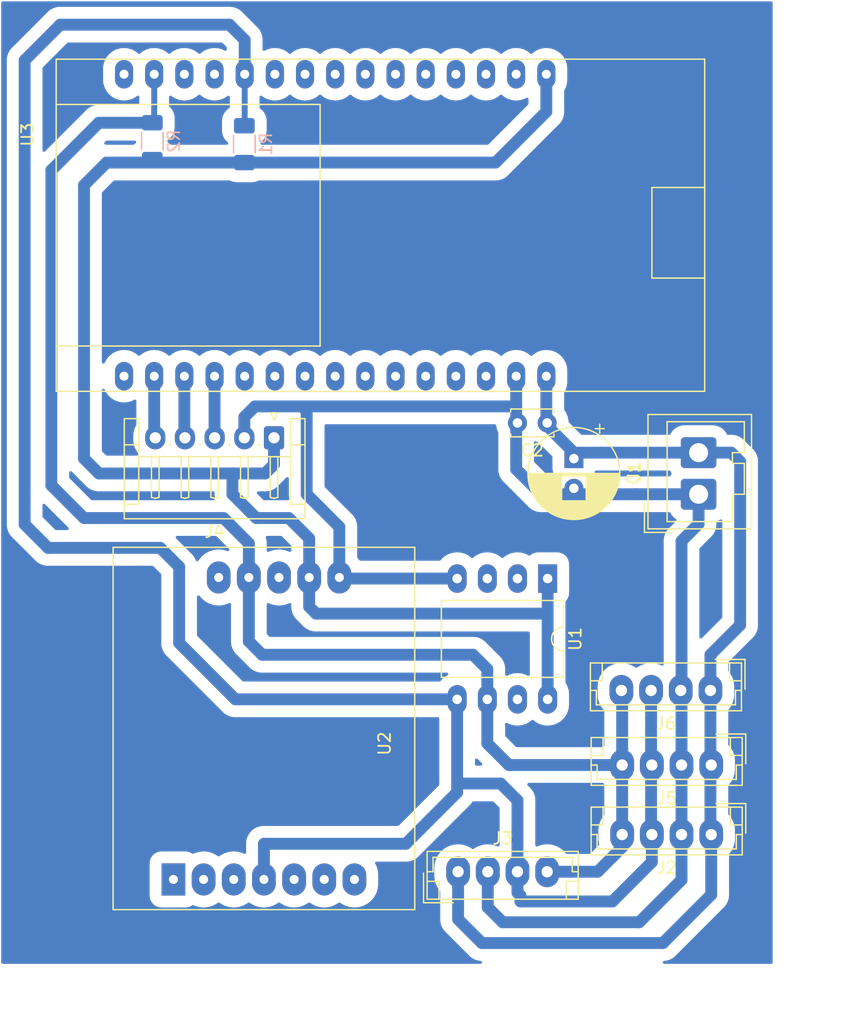
<source format=kicad_pcb>
(kicad_pcb (version 20171130) (host pcbnew "(5.1.9)-1")

  (general
    (thickness 1.6)
    (drawings 6)
    (tracks 119)
    (zones 0)
    (modules 13)
    (nets 1)
  )

  (page A4)
  (layers
    (0 F.Cu signal)
    (31 B.Cu signal)
    (32 B.Adhes user)
    (33 F.Adhes user)
    (34 B.Paste user)
    (35 F.Paste user)
    (36 B.SilkS user)
    (37 F.SilkS user)
    (38 B.Mask user)
    (39 F.Mask user)
    (40 Dwgs.User user)
    (41 Cmts.User user)
    (42 Eco1.User user)
    (43 Eco2.User user)
    (44 Edge.Cuts user)
    (45 Margin user)
    (46 B.CrtYd user)
    (47 F.CrtYd user)
    (48 B.Fab user)
    (49 F.Fab user)
  )

  (setup
    (last_trace_width 0.25)
    (user_trace_width 0.5)
    (user_trace_width 1)
    (trace_clearance 0.2)
    (zone_clearance 1)
    (zone_45_only no)
    (trace_min 0.2)
    (via_size 0.8)
    (via_drill 0.4)
    (via_min_size 0.4)
    (via_min_drill 0.3)
    (uvia_size 0.3)
    (uvia_drill 0.1)
    (uvias_allowed no)
    (uvia_min_size 0.2)
    (uvia_min_drill 0.1)
    (edge_width 0.05)
    (segment_width 0.2)
    (pcb_text_width 0.3)
    (pcb_text_size 1.5 1.5)
    (mod_edge_width 0.12)
    (mod_text_size 1 1)
    (mod_text_width 0.15)
    (pad_size 2.6 3)
    (pad_drill 1.6)
    (pad_to_mask_clearance 0)
    (aux_axis_origin 0 0)
    (visible_elements 7FFFFFFF)
    (pcbplotparams
      (layerselection 0x010fc_ffffffff)
      (usegerberextensions false)
      (usegerberattributes true)
      (usegerberadvancedattributes true)
      (creategerberjobfile true)
      (excludeedgelayer true)
      (linewidth 0.100000)
      (plotframeref false)
      (viasonmask false)
      (mode 1)
      (useauxorigin false)
      (hpglpennumber 1)
      (hpglpenspeed 20)
      (hpglpendiameter 15.000000)
      (psnegative false)
      (psa4output false)
      (plotreference true)
      (plotvalue true)
      (plotinvisibletext false)
      (padsonsilk false)
      (subtractmaskfromsilk false)
      (outputformat 5)
      (mirror false)
      (drillshape 0)
      (scaleselection 1)
      (outputdirectory "C:/Users/Thila/OneDrive/Desktop/"))
  )

  (net 0 "")

  (net_class Default "This is the default net class."
    (clearance 0.2)
    (trace_width 0.25)
    (via_dia 0.8)
    (via_drill 0.4)
    (uvia_dia 0.3)
    (uvia_drill 0.1)
  )

  (module Resistor_SMD:R_1206_3216Metric_Pad1.30x1.75mm_HandSolder (layer B.Cu) (tedit 5F68FEEE) (tstamp 602E64D0)
    (at 145.5 61.05 90)
    (descr "Resistor SMD 1206 (3216 Metric), square (rectangular) end terminal, IPC_7351 nominal with elongated pad for handsoldering. (Body size source: IPC-SM-782 page 72, https://www.pcb-3d.com/wordpress/wp-content/uploads/ipc-sm-782a_amendment_1_and_2.pdf), generated with kicad-footprint-generator")
    (tags "resistor handsolder")
    (path /60350E5C)
    (attr smd)
    (fp_text reference R1 (at 0 1.82 270) (layer B.SilkS)
      (effects (font (size 1 1) (thickness 0.15)) (justify mirror))
    )
    (fp_text value R (at 0 -1.82 270) (layer B.Fab)
      (effects (font (size 1 1) (thickness 0.15)) (justify mirror))
    )
    (fp_line (start -1.6 -0.8) (end -1.6 0.8) (layer B.Fab) (width 0.1))
    (fp_line (start -1.6 0.8) (end 1.6 0.8) (layer B.Fab) (width 0.1))
    (fp_line (start 1.6 0.8) (end 1.6 -0.8) (layer B.Fab) (width 0.1))
    (fp_line (start 1.6 -0.8) (end -1.6 -0.8) (layer B.Fab) (width 0.1))
    (fp_line (start -0.727064 0.91) (end 0.727064 0.91) (layer B.SilkS) (width 0.12))
    (fp_line (start -0.727064 -0.91) (end 0.727064 -0.91) (layer B.SilkS) (width 0.12))
    (fp_line (start -2.45 -1.12) (end -2.45 1.12) (layer B.CrtYd) (width 0.05))
    (fp_line (start -2.45 1.12) (end 2.45 1.12) (layer B.CrtYd) (width 0.05))
    (fp_line (start 2.45 1.12) (end 2.45 -1.12) (layer B.CrtYd) (width 0.05))
    (fp_line (start 2.45 -1.12) (end -2.45 -1.12) (layer B.CrtYd) (width 0.05))
    (fp_text user %R (at 0 0 270) (layer B.Fab)
      (effects (font (size 0.8 0.8) (thickness 0.12)) (justify mirror))
    )
    (pad 1 smd roundrect (at -1.55 0 90) (size 1.3 1.75) (layers B.Cu B.Paste B.Mask) (roundrect_rratio 0.1923076923076923))
    (pad 2 smd roundrect (at 1.55 0 90) (size 1.3 1.75) (layers B.Cu B.Paste B.Mask) (roundrect_rratio 0.1923076923076923))
    (model ${KISYS3DMOD}/Resistor_SMD.3dshapes/R_1206_3216Metric.wrl
      (at (xyz 0 0 0))
      (scale (xyz 1 1 1))
      (rotate (xyz 0 0 0))
    )
  )

  (module Resistor_SMD:R_1206_3216Metric_Pad1.30x1.75mm_HandSolder (layer B.Cu) (tedit 5F68FEEE) (tstamp 602E64C0)
    (at 137.75 60.8 90)
    (descr "Resistor SMD 1206 (3216 Metric), square (rectangular) end terminal, IPC_7351 nominal with elongated pad for handsoldering. (Body size source: IPC-SM-782 page 72, https://www.pcb-3d.com/wordpress/wp-content/uploads/ipc-sm-782a_amendment_1_and_2.pdf), generated with kicad-footprint-generator")
    (tags "resistor handsolder")
    (path /6035147B)
    (attr smd)
    (fp_text reference R2 (at 0 1.82 90) (layer B.SilkS)
      (effects (font (size 1 1) (thickness 0.15)) (justify mirror))
    )
    (fp_text value R (at 0 -1.82 90) (layer B.Fab)
      (effects (font (size 1 1) (thickness 0.15)) (justify mirror))
    )
    (fp_line (start -1.6 -0.8) (end -1.6 0.8) (layer B.Fab) (width 0.1))
    (fp_line (start -1.6 0.8) (end 1.6 0.8) (layer B.Fab) (width 0.1))
    (fp_line (start 1.6 0.8) (end 1.6 -0.8) (layer B.Fab) (width 0.1))
    (fp_line (start 1.6 -0.8) (end -1.6 -0.8) (layer B.Fab) (width 0.1))
    (fp_line (start -0.727064 0.91) (end 0.727064 0.91) (layer B.SilkS) (width 0.12))
    (fp_line (start -0.727064 -0.91) (end 0.727064 -0.91) (layer B.SilkS) (width 0.12))
    (fp_line (start -2.45 -1.12) (end -2.45 1.12) (layer B.CrtYd) (width 0.05))
    (fp_line (start -2.45 1.12) (end 2.45 1.12) (layer B.CrtYd) (width 0.05))
    (fp_line (start 2.45 1.12) (end 2.45 -1.12) (layer B.CrtYd) (width 0.05))
    (fp_line (start 2.45 -1.12) (end -2.45 -1.12) (layer B.CrtYd) (width 0.05))
    (fp_text user %R (at 0 0 90) (layer B.Fab)
      (effects (font (size 0.8 0.8) (thickness 0.12)) (justify mirror))
    )
    (pad 1 smd roundrect (at -1.55 0 90) (size 1.3 1.75) (layers B.Cu B.Paste B.Mask) (roundrect_rratio 0.1923076923076923))
    (pad 2 smd roundrect (at 1.55 0 90) (size 1.3 1.75) (layers B.Cu B.Paste B.Mask) (roundrect_rratio 0.1923076923076923))
    (model ${KISYS3DMOD}/Resistor_SMD.3dshapes/R_1206_3216Metric.wrl
      (at (xyz 0 0 0))
      (scale (xyz 1 1 1))
      (rotate (xyz 0 0 0))
    )
  )

  (module Thilak:DS1307_RTC (layer F.Cu) (tedit 602DF70B) (tstamp 602E64AC)
    (at 162.39 122.9 90)
    (path /602F2A59)
    (fp_text reference U2 (at 11.43 -5.08 90) (layer F.SilkS)
      (effects (font (size 1 1) (thickness 0.15)))
    )
    (fp_text value DS1307_RTC (at 11.43 -3.81 90) (layer F.Fab)
      (effects (font (size 1 1) (thickness 0.15)))
    )
    (fp_line (start 26.67 -2.54) (end -2.54 -2.54) (layer F.SilkS) (width 0.12))
    (fp_line (start -2.54 -2.54) (end -2.54 -27.94) (layer F.SilkS) (width 0.12))
    (fp_line (start -2.54 -27.94) (end 27.94 -27.94) (layer F.SilkS) (width 0.12))
    (fp_line (start 27.94 -27.94) (end 27.94 -2.54) (layer F.SilkS) (width 0.12))
    (fp_line (start 27.94 -2.54) (end 26.67 -2.54) (layer F.SilkS) (width 0.12))
    (pad 1 thru_hole rect (at 0 -22.86 90) (size 2.7 2) (drill 0.762) (layers *.Cu *.Mask))
    (pad 12 thru_hole oval (at 25.4 -8.89 90) (size 2.7 2) (drill 0.762) (layers *.Cu *.Mask))
    (pad 11 thru_hole oval (at 25.4 -11.43 90) (size 2.7 2) (drill 0.762) (layers *.Cu *.Mask))
    (pad 10 thru_hole oval (at 25.4 -13.97 90) (size 2.7 2) (drill 0.762) (layers *.Cu *.Mask))
    (pad 9 thru_hole oval (at 25.4 -16.51 90) (size 2.7 2) (drill 0.762) (layers *.Cu *.Mask))
    (pad 8 thru_hole oval (at 25.4 -19.05 90) (size 2.7 2) (drill 0.762) (layers *.Cu *.Mask))
    (pad 7 thru_hole oval (at 0 -7.62 90) (size 2.7 2) (drill 0.762) (layers *.Cu *.Mask))
    (pad 6 thru_hole oval (at 0 -10.16 90) (size 2.7 2) (drill 0.762) (layers *.Cu *.Mask))
    (pad 5 thru_hole oval (at 0 -12.7 90) (size 2.7 2) (drill 0.762) (layers *.Cu *.Mask))
    (pad 4 thru_hole oval (at 0 -15.24 90) (size 2.7 2) (drill 0.762) (layers *.Cu *.Mask))
    (pad 3 thru_hole oval (at 0 -17.78 90) (size 2.7 2) (drill 0.762) (layers *.Cu *.Mask))
    (pad 2 thru_hole oval (at 0 -20.32 90) (size 2.7 2) (drill 0.762) (layers *.Cu *.Mask))
  )

  (module Connector_Wago:Wago_734-132_1x02_P3.50mm_Vertical (layer F.Cu) (tedit 602E3EBA) (tstamp 602E648C)
    (at 183.75 90.5 90)
    (descr "Molex 734 Male header (for PCBs); Straight solder pin 1 x 1 mm, 734-132 , 2 Pins (http://www.farnell.com/datasheets/2157639.pdf), generated with kicad-footprint-generator")
    (tags "connector Wago  side entry")
    (path /6035E265)
    (fp_text reference J1 (at 1.9 -5.35 90) (layer F.SilkS)
      (effects (font (size 1 1) (thickness 0.15)))
    )
    (fp_text value Pwr (at 1.9 5.55 90) (layer F.Fab)
      (effects (font (size 1 1) (thickness 0.15)))
    )
    (fp_line (start 7.1 -4.65) (end -3.3 -4.65) (layer F.CrtYd) (width 0.05))
    (fp_line (start 7.1 4.85) (end 7.1 -4.65) (layer F.CrtYd) (width 0.05))
    (fp_line (start -3.3 4.85) (end 7.1 4.85) (layer F.CrtYd) (width 0.05))
    (fp_line (start -3.3 -4.65) (end -3.3 4.85) (layer F.CrtYd) (width 0.05))
    (fp_line (start 0 -3.442893) (end 0.5 -4.15) (layer F.Fab) (width 0.1))
    (fp_line (start -0.5 -4.15) (end 0 -3.442893) (layer F.Fab) (width 0.1))
    (fp_line (start -3.21 -4.56) (end -0.8 -4.56) (layer F.SilkS) (width 0.12))
    (fp_line (start -3.21 -2.15) (end -3.21 -4.56) (layer F.SilkS) (width 0.12))
    (fp_line (start 6.1 -2.65) (end -2.3 -2.65) (layer F.SilkS) (width 0.12))
    (fp_line (start 6.1 3.85) (end 6.1 -2.65) (layer F.SilkS) (width 0.12))
    (fp_line (start 3.5 3.85) (end 6.1 3.85) (layer F.SilkS) (width 0.12))
    (fp_line (start 3.5 2.85) (end 3.5 3.85) (layer F.SilkS) (width 0.12))
    (fp_line (start 2.6 2.85) (end 3.5 2.85) (layer F.SilkS) (width 0.12))
    (fp_line (start 2.6 3.85) (end 2.6 2.85) (layer F.SilkS) (width 0.12))
    (fp_line (start 0 3.85) (end 2.6 3.85) (layer F.SilkS) (width 0.12))
    (fp_line (start 0 2.85) (end 0 3.85) (layer F.SilkS) (width 0.12))
    (fp_line (start -2.3 2.85) (end 0 2.85) (layer F.SilkS) (width 0.12))
    (fp_line (start -2.3 -2.65) (end -2.3 2.85) (layer F.SilkS) (width 0.12))
    (fp_line (start 6.71 -4.26) (end -2.91 -4.26) (layer F.SilkS) (width 0.12))
    (fp_line (start 6.71 4.46) (end 6.71 -4.26) (layer F.SilkS) (width 0.12))
    (fp_line (start -2.91 4.46) (end 6.71 4.46) (layer F.SilkS) (width 0.12))
    (fp_line (start -2.91 -4.26) (end -2.91 4.46) (layer F.SilkS) (width 0.12))
    (fp_line (start 6.6 -4.15) (end -2.8 -4.15) (layer F.Fab) (width 0.1))
    (fp_line (start 6.6 4.35) (end 6.6 -4.15) (layer F.Fab) (width 0.1))
    (fp_line (start -2.8 4.35) (end 6.6 4.35) (layer F.Fab) (width 0.1))
    (fp_line (start -2.8 -4.15) (end -2.8 4.35) (layer F.Fab) (width 0.1))
    (fp_text user %R (at 1.9 3.65 90) (layer F.Fab)
      (effects (font (size 1 1) (thickness 0.15)))
    )
    (pad 2 thru_hole roundrect (at 3.5 0 90) (size 2.6 3) (drill 1.6) (layers *.Cu *.Mask) (roundrect_rratio 0.125))
    (pad 1 thru_hole roundrect (at 0 0 90) (size 2.6 3) (drill 1.6) (layers *.Cu *.Mask) (roundrect_rratio 0.125))
    (model ${KISYS3DMOD}/Connector_Wago.3dshapes/Wago_734-132_1x02_P3.50mm_Vertical.wrl
      (at (xyz 0 0 0))
      (scale (xyz 1 1 1))
      (rotate (xyz 0 0 0))
    )
  )

  (module Connector_JST:JST_EH_S5B-EH_1x05_P2.50mm_Horizontal (layer F.Cu) (tedit 5C281425) (tstamp 602E6442)
    (at 148 85.75 180)
    (descr "JST EH series connector, S5B-EH (http://www.jst-mfg.com/product/pdf/eng/eEH.pdf), generated with kicad-footprint-generator")
    (tags "connector JST EH horizontal")
    (path /6030FB15)
    (fp_text reference J4 (at 5 -7.9) (layer F.SilkS)
      (effects (font (size 1 1) (thickness 0.15)))
    )
    (fp_text value Rotary_Encoder (at 5 2.7) (layer F.Fab)
      (effects (font (size 1 1) (thickness 0.15)))
    )
    (fp_line (start 0 -1.407107) (end 0.5 -0.7) (layer F.Fab) (width 0.1))
    (fp_line (start -0.5 -0.7) (end 0 -1.407107) (layer F.Fab) (width 0.1))
    (fp_line (start 0.3 2.1) (end 0 1.5) (layer F.SilkS) (width 0.12))
    (fp_line (start -0.3 2.1) (end 0.3 2.1) (layer F.SilkS) (width 0.12))
    (fp_line (start 0 1.5) (end -0.3 2.1) (layer F.SilkS) (width 0.12))
    (fp_line (start 10.32 -1.59) (end 10 -1.59) (layer F.SilkS) (width 0.12))
    (fp_line (start 10.32 -5.01) (end 10.32 -1.59) (layer F.SilkS) (width 0.12))
    (fp_line (start 10 -5.09) (end 10.32 -5.01) (layer F.SilkS) (width 0.12))
    (fp_line (start 9.68 -5.01) (end 10 -5.09) (layer F.SilkS) (width 0.12))
    (fp_line (start 9.68 -1.59) (end 9.68 -5.01) (layer F.SilkS) (width 0.12))
    (fp_line (start 10 -1.59) (end 9.68 -1.59) (layer F.SilkS) (width 0.12))
    (fp_line (start 8.67 -0.59) (end 8.83 -0.59) (layer F.SilkS) (width 0.12))
    (fp_line (start 7.82 -1.59) (end 7.5 -1.59) (layer F.SilkS) (width 0.12))
    (fp_line (start 7.82 -5.01) (end 7.82 -1.59) (layer F.SilkS) (width 0.12))
    (fp_line (start 7.5 -5.09) (end 7.82 -5.01) (layer F.SilkS) (width 0.12))
    (fp_line (start 7.18 -5.01) (end 7.5 -5.09) (layer F.SilkS) (width 0.12))
    (fp_line (start 7.18 -1.59) (end 7.18 -5.01) (layer F.SilkS) (width 0.12))
    (fp_line (start 7.5 -1.59) (end 7.18 -1.59) (layer F.SilkS) (width 0.12))
    (fp_line (start 6.17 -0.59) (end 6.33 -0.59) (layer F.SilkS) (width 0.12))
    (fp_line (start 5.32 -1.59) (end 5 -1.59) (layer F.SilkS) (width 0.12))
    (fp_line (start 5.32 -5.01) (end 5.32 -1.59) (layer F.SilkS) (width 0.12))
    (fp_line (start 5 -5.09) (end 5.32 -5.01) (layer F.SilkS) (width 0.12))
    (fp_line (start 4.68 -5.01) (end 5 -5.09) (layer F.SilkS) (width 0.12))
    (fp_line (start 4.68 -1.59) (end 4.68 -5.01) (layer F.SilkS) (width 0.12))
    (fp_line (start 5 -1.59) (end 4.68 -1.59) (layer F.SilkS) (width 0.12))
    (fp_line (start 3.67 -0.59) (end 3.83 -0.59) (layer F.SilkS) (width 0.12))
    (fp_line (start 2.82 -1.59) (end 2.5 -1.59) (layer F.SilkS) (width 0.12))
    (fp_line (start 2.82 -5.01) (end 2.82 -1.59) (layer F.SilkS) (width 0.12))
    (fp_line (start 2.5 -5.09) (end 2.82 -5.01) (layer F.SilkS) (width 0.12))
    (fp_line (start 2.18 -5.01) (end 2.5 -5.09) (layer F.SilkS) (width 0.12))
    (fp_line (start 2.18 -1.59) (end 2.18 -5.01) (layer F.SilkS) (width 0.12))
    (fp_line (start 2.5 -1.59) (end 2.18 -1.59) (layer F.SilkS) (width 0.12))
    (fp_line (start 1.17 -0.59) (end 1.33 -0.59) (layer F.SilkS) (width 0.12))
    (fp_line (start 0.32 -1.59) (end 0 -1.59) (layer F.SilkS) (width 0.12))
    (fp_line (start 0.32 -5.01) (end 0.32 -1.59) (layer F.SilkS) (width 0.12))
    (fp_line (start 0 -5.09) (end 0.32 -5.01) (layer F.SilkS) (width 0.12))
    (fp_line (start -0.32 -5.01) (end 0 -5.09) (layer F.SilkS) (width 0.12))
    (fp_line (start -0.32 -1.59) (end -0.32 -5.01) (layer F.SilkS) (width 0.12))
    (fp_line (start 0 -1.59) (end -0.32 -1.59) (layer F.SilkS) (width 0.12))
    (fp_line (start -1.39 -1.59) (end 11.39 -1.59) (layer F.SilkS) (width 0.12))
    (fp_line (start 11.39 -0.59) (end 12.61 -0.59) (layer F.SilkS) (width 0.12))
    (fp_line (start 11.39 -5.59) (end 11.39 -0.59) (layer F.SilkS) (width 0.12))
    (fp_line (start 12.61 -5.59) (end 11.39 -5.59) (layer F.SilkS) (width 0.12))
    (fp_line (start -1.39 -0.59) (end -2.61 -0.59) (layer F.SilkS) (width 0.12))
    (fp_line (start -1.39 -5.59) (end -1.39 -0.59) (layer F.SilkS) (width 0.12))
    (fp_line (start -2.61 -5.59) (end -1.39 -5.59) (layer F.SilkS) (width 0.12))
    (fp_line (start 11.39 1.61) (end 11.39 -0.59) (layer F.SilkS) (width 0.12))
    (fp_line (start 12.61 1.61) (end 11.39 1.61) (layer F.SilkS) (width 0.12))
    (fp_line (start 12.61 -6.81) (end 12.61 1.61) (layer F.SilkS) (width 0.12))
    (fp_line (start -2.61 -6.81) (end 12.61 -6.81) (layer F.SilkS) (width 0.12))
    (fp_line (start -2.61 1.61) (end -2.61 -6.81) (layer F.SilkS) (width 0.12))
    (fp_line (start -1.39 1.61) (end -2.61 1.61) (layer F.SilkS) (width 0.12))
    (fp_line (start -1.39 -0.59) (end -1.39 1.61) (layer F.SilkS) (width 0.12))
    (fp_line (start 13 -7.2) (end -3 -7.2) (layer F.CrtYd) (width 0.05))
    (fp_line (start 13 2) (end 13 -7.2) (layer F.CrtYd) (width 0.05))
    (fp_line (start -3 2) (end 13 2) (layer F.CrtYd) (width 0.05))
    (fp_line (start -3 -7.2) (end -3 2) (layer F.CrtYd) (width 0.05))
    (fp_line (start 11.5 -0.7) (end -1.5 -0.7) (layer F.Fab) (width 0.1))
    (fp_line (start 11.5 1.5) (end 11.5 -0.7) (layer F.Fab) (width 0.1))
    (fp_line (start 12.5 1.5) (end 11.5 1.5) (layer F.Fab) (width 0.1))
    (fp_line (start 12.5 -6.7) (end 12.5 1.5) (layer F.Fab) (width 0.1))
    (fp_line (start -2.5 -6.7) (end 12.5 -6.7) (layer F.Fab) (width 0.1))
    (fp_line (start -2.5 1.5) (end -2.5 -6.7) (layer F.Fab) (width 0.1))
    (fp_line (start -1.5 1.5) (end -2.5 1.5) (layer F.Fab) (width 0.1))
    (fp_line (start -1.5 -0.7) (end -1.5 1.5) (layer F.Fab) (width 0.1))
    (fp_text user %R (at 5 -2.6) (layer F.Fab)
      (effects (font (size 1 1) (thickness 0.15)))
    )
    (pad 5 thru_hole oval (at 10 0 180) (size 1.7 1.95) (drill 0.95) (layers *.Cu *.Mask))
    (pad 4 thru_hole oval (at 7.5 0 180) (size 1.7 1.95) (drill 0.95) (layers *.Cu *.Mask))
    (pad 3 thru_hole oval (at 5 0 180) (size 1.7 1.95) (drill 0.95) (layers *.Cu *.Mask))
    (pad 2 thru_hole oval (at 2.5 0 180) (size 1.7 1.95) (drill 0.95) (layers *.Cu *.Mask))
    (pad 1 thru_hole roundrect (at 0 0 180) (size 1.7 1.95) (drill 0.95) (layers *.Cu *.Mask) (roundrect_rratio 0.1470588235294118))
    (model ${KISYS3DMOD}/Connector_JST.3dshapes/JST_EH_S5B-EH_1x05_P2.50mm_Horizontal.wrl
      (at (xyz 0 0 0))
      (scale (xyz 1 1 1))
      (rotate (xyz 0 0 0))
    )
  )

  (module Connector_JST:JST_EH_B4B-EH-A_1x04_P2.50mm_Vertical (layer F.Cu) (tedit 602E3EE1) (tstamp 602E6421)
    (at 184.75 107 180)
    (descr "JST EH series connector, B4B-EH-A (http://www.jst-mfg.com/product/pdf/eng/eEH.pdf), generated with kicad-footprint-generator")
    (tags "connector JST EH vertical")
    (path /6030231D)
    (fp_text reference J6 (at 3.75 -2.8) (layer F.SilkS)
      (effects (font (size 1 1) (thickness 0.15)))
    )
    (fp_text value I2C_3 (at 3.75 3.4) (layer F.Fab)
      (effects (font (size 1 1) (thickness 0.15)))
    )
    (fp_line (start -2.5 -1.6) (end -2.5 2.2) (layer F.Fab) (width 0.1))
    (fp_line (start -2.5 2.2) (end 10 2.2) (layer F.Fab) (width 0.1))
    (fp_line (start 10 2.2) (end 10 -1.6) (layer F.Fab) (width 0.1))
    (fp_line (start 10 -1.6) (end -2.5 -1.6) (layer F.Fab) (width 0.1))
    (fp_line (start -3 -2.1) (end -3 2.7) (layer F.CrtYd) (width 0.05))
    (fp_line (start -3 2.7) (end 10.5 2.7) (layer F.CrtYd) (width 0.05))
    (fp_line (start 10.5 2.7) (end 10.5 -2.1) (layer F.CrtYd) (width 0.05))
    (fp_line (start 10.5 -2.1) (end -3 -2.1) (layer F.CrtYd) (width 0.05))
    (fp_line (start -2.61 -1.71) (end -2.61 2.31) (layer F.SilkS) (width 0.12))
    (fp_line (start -2.61 2.31) (end 10.11 2.31) (layer F.SilkS) (width 0.12))
    (fp_line (start 10.11 2.31) (end 10.11 -1.71) (layer F.SilkS) (width 0.12))
    (fp_line (start 10.11 -1.71) (end -2.61 -1.71) (layer F.SilkS) (width 0.12))
    (fp_line (start -2.61 0) (end -2.11 0) (layer F.SilkS) (width 0.12))
    (fp_line (start -2.11 0) (end -2.11 -1.21) (layer F.SilkS) (width 0.12))
    (fp_line (start -2.11 -1.21) (end 9.61 -1.21) (layer F.SilkS) (width 0.12))
    (fp_line (start 9.61 -1.21) (end 9.61 0) (layer F.SilkS) (width 0.12))
    (fp_line (start 9.61 0) (end 10.11 0) (layer F.SilkS) (width 0.12))
    (fp_line (start -2.61 0.81) (end -1.61 0.81) (layer F.SilkS) (width 0.12))
    (fp_line (start -1.61 0.81) (end -1.61 2.31) (layer F.SilkS) (width 0.12))
    (fp_line (start 10.11 0.81) (end 9.11 0.81) (layer F.SilkS) (width 0.12))
    (fp_line (start 9.11 0.81) (end 9.11 2.31) (layer F.SilkS) (width 0.12))
    (fp_line (start -2.91 0.11) (end -2.91 2.61) (layer F.SilkS) (width 0.12))
    (fp_line (start -2.91 2.61) (end -0.41 2.61) (layer F.SilkS) (width 0.12))
    (fp_line (start -2.91 0.11) (end -2.91 2.61) (layer F.Fab) (width 0.1))
    (fp_line (start -2.91 2.61) (end -0.41 2.61) (layer F.Fab) (width 0.1))
    (fp_text user %R (at 3.75 1.5) (layer F.Fab)
      (effects (font (size 1 1) (thickness 0.15)))
    )
    (pad 1 thru_hole oval (at 0 0 180) (size 2 2.6) (drill 0.95) (layers *.Cu *.Mask))
    (pad 2 thru_hole oval (at 2.5 0 180) (size 2 2.6) (drill 0.95) (layers *.Cu *.Mask))
    (pad 3 thru_hole oval (at 5 0 180) (size 2 2.6) (drill 0.95) (layers *.Cu *.Mask))
    (pad 4 thru_hole oval (at 7.5 0 180) (size 2 2.6) (drill 0.95) (layers *.Cu *.Mask))
    (model ${KISYS3DMOD}/Connector_JST.3dshapes/JST_EH_B4B-EH-A_1x04_P2.50mm_Vertical.wrl
      (at (xyz 0 0 0))
      (scale (xyz 1 1 1))
      (rotate (xyz 0 0 0))
    )
  )

  (module Capacitor_THT:C_Disc_D3.4mm_W2.1mm_P2.50mm (layer F.Cu) (tedit 5AE50EF0) (tstamp 602E640D)
    (at 171 84.5 180)
    (descr "C, Disc series, Radial, pin pitch=2.50mm, , diameter*width=3.4*2.1mm^2, Capacitor, http://www.vishay.com/docs/45233/krseries.pdf")
    (tags "C Disc series Radial pin pitch 2.50mm  diameter 3.4mm width 2.1mm Capacitor")
    (path /603144C1)
    (fp_text reference C2 (at 1.25 -2.3) (layer F.SilkS)
      (effects (font (size 1 1) (thickness 0.15)))
    )
    (fp_text value C (at 1.25 2.3) (layer F.Fab)
      (effects (font (size 1 1) (thickness 0.15)))
    )
    (fp_line (start 3.55 -1.3) (end -1.05 -1.3) (layer F.CrtYd) (width 0.05))
    (fp_line (start 3.55 1.3) (end 3.55 -1.3) (layer F.CrtYd) (width 0.05))
    (fp_line (start -1.05 1.3) (end 3.55 1.3) (layer F.CrtYd) (width 0.05))
    (fp_line (start -1.05 -1.3) (end -1.05 1.3) (layer F.CrtYd) (width 0.05))
    (fp_line (start 3.07 0.925) (end 3.07 1.17) (layer F.SilkS) (width 0.12))
    (fp_line (start 3.07 -1.17) (end 3.07 -0.925) (layer F.SilkS) (width 0.12))
    (fp_line (start -0.57 0.925) (end -0.57 1.17) (layer F.SilkS) (width 0.12))
    (fp_line (start -0.57 -1.17) (end -0.57 -0.925) (layer F.SilkS) (width 0.12))
    (fp_line (start -0.57 1.17) (end 3.07 1.17) (layer F.SilkS) (width 0.12))
    (fp_line (start -0.57 -1.17) (end 3.07 -1.17) (layer F.SilkS) (width 0.12))
    (fp_line (start 2.95 -1.05) (end -0.45 -1.05) (layer F.Fab) (width 0.1))
    (fp_line (start 2.95 1.05) (end 2.95 -1.05) (layer F.Fab) (width 0.1))
    (fp_line (start -0.45 1.05) (end 2.95 1.05) (layer F.Fab) (width 0.1))
    (fp_line (start -0.45 -1.05) (end -0.45 1.05) (layer F.Fab) (width 0.1))
    (fp_text user %R (at -1 -2.5) (layer F.Fab)
      (effects (font (size 0.68 0.68) (thickness 0.102)))
    )
    (pad 2 thru_hole circle (at 2.5 0 180) (size 1.6 1.6) (drill 0.8) (layers *.Cu *.Mask))
    (pad 1 thru_hole circle (at 0 0 180) (size 1.6 1.6) (drill 0.8) (layers *.Cu *.Mask))
    (model ${KISYS3DMOD}/Capacitor_THT.3dshapes/C_Disc_D3.4mm_W2.1mm_P2.50mm.wrl
      (at (xyz 0 0 0))
      (scale (xyz 1 1 1))
      (rotate (xyz 0 0 0))
    )
  )

  (module Package_DIP:DIP-8_W10.16mm_LongPads (layer F.Cu) (tedit 5A02E8C5) (tstamp 602E63F2)
    (at 171.04 97.59 270)
    (descr "8-lead though-hole mounted DIP package, row spacing 10.16 mm (400 mils), LongPads")
    (tags "THT DIP DIL PDIP 2.54mm 10.16mm 400mil LongPads")
    (path /602E36D0)
    (fp_text reference U1 (at 5.08 -2.33 90) (layer F.SilkS)
      (effects (font (size 1 1) (thickness 0.15)))
    )
    (fp_text value AT24C512 (at 5.08 9.95 90) (layer F.Fab)
      (effects (font (size 1 1) (thickness 0.15)))
    )
    (fp_line (start 11.65 -1.55) (end -1.5 -1.55) (layer F.CrtYd) (width 0.05))
    (fp_line (start 11.65 9.15) (end 11.65 -1.55) (layer F.CrtYd) (width 0.05))
    (fp_line (start -1.5 9.15) (end 11.65 9.15) (layer F.CrtYd) (width 0.05))
    (fp_line (start -1.5 -1.55) (end -1.5 9.15) (layer F.CrtYd) (width 0.05))
    (fp_line (start 8.315 -1.33) (end 6.08 -1.33) (layer F.SilkS) (width 0.12))
    (fp_line (start 8.315 8.95) (end 8.315 -1.33) (layer F.SilkS) (width 0.12))
    (fp_line (start 1.845 8.95) (end 8.315 8.95) (layer F.SilkS) (width 0.12))
    (fp_line (start 1.845 -1.33) (end 1.845 8.95) (layer F.SilkS) (width 0.12))
    (fp_line (start 4.08 -1.33) (end 1.845 -1.33) (layer F.SilkS) (width 0.12))
    (fp_line (start 1.905 -0.27) (end 2.905 -1.27) (layer F.Fab) (width 0.1))
    (fp_line (start 1.905 8.89) (end 1.905 -0.27) (layer F.Fab) (width 0.1))
    (fp_line (start 8.255 8.89) (end 1.905 8.89) (layer F.Fab) (width 0.1))
    (fp_line (start 8.255 -1.27) (end 8.255 8.89) (layer F.Fab) (width 0.1))
    (fp_line (start 2.905 -1.27) (end 8.255 -1.27) (layer F.Fab) (width 0.1))
    (fp_text user %R (at 5.08 3.974999 90) (layer F.Fab)
      (effects (font (size 1 1) (thickness 0.15)))
    )
    (fp_arc (start 5.08 -1.33) (end 4.08 -1.33) (angle -180) (layer F.SilkS) (width 0.12))
    (pad 8 thru_hole oval (at 10.16 0 270) (size 2.4 1.6) (drill 0.8) (layers *.Cu *.Mask))
    (pad 4 thru_hole oval (at 0 7.62 270) (size 2.4 1.6) (drill 0.8) (layers *.Cu *.Mask))
    (pad 7 thru_hole oval (at 10.16 2.54 270) (size 2.4 1.6) (drill 0.8) (layers *.Cu *.Mask))
    (pad 3 thru_hole oval (at 0 5.08 270) (size 2.4 1.6) (drill 0.8) (layers *.Cu *.Mask))
    (pad 6 thru_hole oval (at 10.16 5.08 270) (size 2.4 1.6) (drill 0.8) (layers *.Cu *.Mask))
    (pad 2 thru_hole oval (at 0 2.54 270) (size 2.4 1.6) (drill 0.8) (layers *.Cu *.Mask))
    (pad 5 thru_hole oval (at 10.16 7.62 270) (size 2.4 1.6) (drill 0.8) (layers *.Cu *.Mask))
    (pad 1 thru_hole rect (at 0 0 270) (size 2.4 1.6) (drill 0.8) (layers *.Cu *.Mask))
    (model ${KISYS3DMOD}/Package_DIP.3dshapes/DIP-8_W10.16mm.wrl
      (at (xyz 0 0 0))
      (scale (xyz 1 1 1))
      (rotate (xyz 0 0 0))
    )
  )

  (module Connector_JST:JST_EH_B4B-EH-A_1x04_P2.50mm_Vertical (layer F.Cu) (tedit 5C28142C) (tstamp 602E63D1)
    (at 184.814999 113.274999 180)
    (descr "JST EH series connector, B4B-EH-A (http://www.jst-mfg.com/product/pdf/eng/eEH.pdf), generated with kicad-footprint-generator")
    (tags "connector JST EH vertical")
    (path /602FD058)
    (fp_text reference J5 (at 3.75 -2.8) (layer F.SilkS)
      (effects (font (size 1 1) (thickness 0.15)))
    )
    (fp_text value I2C_1 (at 3.75 3.4) (layer F.Fab)
      (effects (font (size 1 1) (thickness 0.15)))
    )
    (fp_line (start -2.5 -1.6) (end -2.5 2.2) (layer F.Fab) (width 0.1))
    (fp_line (start -2.5 2.2) (end 10 2.2) (layer F.Fab) (width 0.1))
    (fp_line (start 10 2.2) (end 10 -1.6) (layer F.Fab) (width 0.1))
    (fp_line (start 10 -1.6) (end -2.5 -1.6) (layer F.Fab) (width 0.1))
    (fp_line (start -3 -2.1) (end -3 2.7) (layer F.CrtYd) (width 0.05))
    (fp_line (start -3 2.7) (end 10.5 2.7) (layer F.CrtYd) (width 0.05))
    (fp_line (start 10.5 2.7) (end 10.5 -2.1) (layer F.CrtYd) (width 0.05))
    (fp_line (start 10.5 -2.1) (end -3 -2.1) (layer F.CrtYd) (width 0.05))
    (fp_line (start -2.61 -1.71) (end -2.61 2.31) (layer F.SilkS) (width 0.12))
    (fp_line (start -2.61 2.31) (end 10.11 2.31) (layer F.SilkS) (width 0.12))
    (fp_line (start 10.11 2.31) (end 10.11 -1.71) (layer F.SilkS) (width 0.12))
    (fp_line (start 10.11 -1.71) (end -2.61 -1.71) (layer F.SilkS) (width 0.12))
    (fp_line (start -2.61 0) (end -2.11 0) (layer F.SilkS) (width 0.12))
    (fp_line (start -2.11 0) (end -2.11 -1.21) (layer F.SilkS) (width 0.12))
    (fp_line (start -2.11 -1.21) (end 9.61 -1.21) (layer F.SilkS) (width 0.12))
    (fp_line (start 9.61 -1.21) (end 9.61 0) (layer F.SilkS) (width 0.12))
    (fp_line (start 9.61 0) (end 10.11 0) (layer F.SilkS) (width 0.12))
    (fp_line (start -2.61 0.81) (end -1.61 0.81) (layer F.SilkS) (width 0.12))
    (fp_line (start -1.61 0.81) (end -1.61 2.31) (layer F.SilkS) (width 0.12))
    (fp_line (start 10.11 0.81) (end 9.11 0.81) (layer F.SilkS) (width 0.12))
    (fp_line (start 9.11 0.81) (end 9.11 2.31) (layer F.SilkS) (width 0.12))
    (fp_line (start -2.91 0.11) (end -2.91 2.61) (layer F.SilkS) (width 0.12))
    (fp_line (start -2.91 2.61) (end -0.41 2.61) (layer F.SilkS) (width 0.12))
    (fp_line (start -2.91 0.11) (end -2.91 2.61) (layer F.Fab) (width 0.1))
    (fp_line (start -2.91 2.61) (end -0.41 2.61) (layer F.Fab) (width 0.1))
    (fp_text user %R (at 3.75 1.5) (layer F.Fab)
      (effects (font (size 1 1) (thickness 0.15)))
    )
    (pad 1 thru_hole oval (at 0 0 180) (size 2 2.6) (drill 0.95) (layers *.Cu *.Mask))
    (pad 2 thru_hole oval (at 2.5 0 180) (size 2 2.6) (drill 0.95) (layers *.Cu *.Mask))
    (pad 3 thru_hole oval (at 5 0 180) (size 2 2.6) (drill 0.95) (layers *.Cu *.Mask))
    (pad 4 thru_hole oval (at 7.5 0 180) (size 2 2.6) (drill 0.95) (layers *.Cu *.Mask))
    (model ${KISYS3DMOD}/Connector_JST.3dshapes/JST_EH_B4B-EH-A_1x04_P2.50mm_Vertical.wrl
      (at (xyz 0 0 0))
      (scale (xyz 1 1 1))
      (rotate (xyz 0 0 0))
    )
  )

  (module Capacitor_THT:CP_Radial_D7.5mm_P2.50mm (layer F.Cu) (tedit 5AE50EF0) (tstamp 602E632F)
    (at 173.25 87.5 270)
    (descr "CP, Radial series, Radial, pin pitch=2.50mm, , diameter=7.5mm, Electrolytic Capacitor")
    (tags "CP Radial series Radial pin pitch 2.50mm  diameter 7.5mm Electrolytic Capacitor")
    (path /602E1DF0)
    (fp_text reference C1 (at 1.25 -5 90) (layer F.SilkS)
      (effects (font (size 1 1) (thickness 0.15)))
    )
    (fp_text value CP (at 1.25 5 90) (layer F.Fab)
      (effects (font (size 1 1) (thickness 0.15)))
    )
    (fp_line (start -2.517211 -2.55) (end -2.517211 -1.8) (layer F.SilkS) (width 0.12))
    (fp_line (start -2.892211 -2.175) (end -2.142211 -2.175) (layer F.SilkS) (width 0.12))
    (fp_line (start 5.091 -0.441) (end 5.091 0.441) (layer F.SilkS) (width 0.12))
    (fp_line (start 5.051 -0.693) (end 5.051 0.693) (layer F.SilkS) (width 0.12))
    (fp_line (start 5.011 -0.877) (end 5.011 0.877) (layer F.SilkS) (width 0.12))
    (fp_line (start 4.971 -1.028) (end 4.971 1.028) (layer F.SilkS) (width 0.12))
    (fp_line (start 4.931 -1.158) (end 4.931 1.158) (layer F.SilkS) (width 0.12))
    (fp_line (start 4.891 -1.275) (end 4.891 1.275) (layer F.SilkS) (width 0.12))
    (fp_line (start 4.851 -1.381) (end 4.851 1.381) (layer F.SilkS) (width 0.12))
    (fp_line (start 4.811 -1.478) (end 4.811 1.478) (layer F.SilkS) (width 0.12))
    (fp_line (start 4.771 -1.569) (end 4.771 1.569) (layer F.SilkS) (width 0.12))
    (fp_line (start 4.731 -1.654) (end 4.731 1.654) (layer F.SilkS) (width 0.12))
    (fp_line (start 4.691 -1.733) (end 4.691 1.733) (layer F.SilkS) (width 0.12))
    (fp_line (start 4.651 -1.809) (end 4.651 1.809) (layer F.SilkS) (width 0.12))
    (fp_line (start 4.611 -1.881) (end 4.611 1.881) (layer F.SilkS) (width 0.12))
    (fp_line (start 4.571 -1.949) (end 4.571 1.949) (layer F.SilkS) (width 0.12))
    (fp_line (start 4.531 -2.014) (end 4.531 2.014) (layer F.SilkS) (width 0.12))
    (fp_line (start 4.491 -2.077) (end 4.491 2.077) (layer F.SilkS) (width 0.12))
    (fp_line (start 4.451 -2.137) (end 4.451 2.137) (layer F.SilkS) (width 0.12))
    (fp_line (start 4.411 -2.195) (end 4.411 2.195) (layer F.SilkS) (width 0.12))
    (fp_line (start 4.371 -2.25) (end 4.371 2.25) (layer F.SilkS) (width 0.12))
    (fp_line (start 4.331 -2.304) (end 4.331 2.304) (layer F.SilkS) (width 0.12))
    (fp_line (start 4.291 -2.355) (end 4.291 2.355) (layer F.SilkS) (width 0.12))
    (fp_line (start 4.251 -2.405) (end 4.251 2.405) (layer F.SilkS) (width 0.12))
    (fp_line (start 4.211 -2.454) (end 4.211 2.454) (layer F.SilkS) (width 0.12))
    (fp_line (start 4.171 -2.5) (end 4.171 2.5) (layer F.SilkS) (width 0.12))
    (fp_line (start 4.131 -2.546) (end 4.131 2.546) (layer F.SilkS) (width 0.12))
    (fp_line (start 4.091 -2.589) (end 4.091 2.589) (layer F.SilkS) (width 0.12))
    (fp_line (start 4.051 -2.632) (end 4.051 2.632) (layer F.SilkS) (width 0.12))
    (fp_line (start 4.011 -2.673) (end 4.011 2.673) (layer F.SilkS) (width 0.12))
    (fp_line (start 3.971 -2.713) (end 3.971 2.713) (layer F.SilkS) (width 0.12))
    (fp_line (start 3.931 -2.752) (end 3.931 2.752) (layer F.SilkS) (width 0.12))
    (fp_line (start 3.891 -2.79) (end 3.891 2.79) (layer F.SilkS) (width 0.12))
    (fp_line (start 3.851 -2.827) (end 3.851 2.827) (layer F.SilkS) (width 0.12))
    (fp_line (start 3.811 -2.863) (end 3.811 2.863) (layer F.SilkS) (width 0.12))
    (fp_line (start 3.771 -2.898) (end 3.771 2.898) (layer F.SilkS) (width 0.12))
    (fp_line (start 3.731 -2.931) (end 3.731 2.931) (layer F.SilkS) (width 0.12))
    (fp_line (start 3.691 -2.964) (end 3.691 2.964) (layer F.SilkS) (width 0.12))
    (fp_line (start 3.651 -2.996) (end 3.651 2.996) (layer F.SilkS) (width 0.12))
    (fp_line (start 3.611 -3.028) (end 3.611 3.028) (layer F.SilkS) (width 0.12))
    (fp_line (start 3.571 -3.058) (end 3.571 3.058) (layer F.SilkS) (width 0.12))
    (fp_line (start 3.531 1.04) (end 3.531 3.088) (layer F.SilkS) (width 0.12))
    (fp_line (start 3.531 -3.088) (end 3.531 -1.04) (layer F.SilkS) (width 0.12))
    (fp_line (start 3.491 1.04) (end 3.491 3.116) (layer F.SilkS) (width 0.12))
    (fp_line (start 3.491 -3.116) (end 3.491 -1.04) (layer F.SilkS) (width 0.12))
    (fp_line (start 3.451 1.04) (end 3.451 3.144) (layer F.SilkS) (width 0.12))
    (fp_line (start 3.451 -3.144) (end 3.451 -1.04) (layer F.SilkS) (width 0.12))
    (fp_line (start 3.411 1.04) (end 3.411 3.172) (layer F.SilkS) (width 0.12))
    (fp_line (start 3.411 -3.172) (end 3.411 -1.04) (layer F.SilkS) (width 0.12))
    (fp_line (start 3.371 1.04) (end 3.371 3.198) (layer F.SilkS) (width 0.12))
    (fp_line (start 3.371 -3.198) (end 3.371 -1.04) (layer F.SilkS) (width 0.12))
    (fp_line (start 3.331 1.04) (end 3.331 3.224) (layer F.SilkS) (width 0.12))
    (fp_line (start 3.331 -3.224) (end 3.331 -1.04) (layer F.SilkS) (width 0.12))
    (fp_line (start 3.291 1.04) (end 3.291 3.249) (layer F.SilkS) (width 0.12))
    (fp_line (start 3.291 -3.249) (end 3.291 -1.04) (layer F.SilkS) (width 0.12))
    (fp_line (start 3.251 1.04) (end 3.251 3.274) (layer F.SilkS) (width 0.12))
    (fp_line (start 3.251 -3.274) (end 3.251 -1.04) (layer F.SilkS) (width 0.12))
    (fp_line (start 3.211 1.04) (end 3.211 3.297) (layer F.SilkS) (width 0.12))
    (fp_line (start 3.211 -3.297) (end 3.211 -1.04) (layer F.SilkS) (width 0.12))
    (fp_line (start 3.171 1.04) (end 3.171 3.321) (layer F.SilkS) (width 0.12))
    (fp_line (start 3.171 -3.321) (end 3.171 -1.04) (layer F.SilkS) (width 0.12))
    (fp_line (start 3.131 1.04) (end 3.131 3.343) (layer F.SilkS) (width 0.12))
    (fp_line (start 3.131 -3.343) (end 3.131 -1.04) (layer F.SilkS) (width 0.12))
    (fp_line (start 3.091 1.04) (end 3.091 3.365) (layer F.SilkS) (width 0.12))
    (fp_line (start 3.091 -3.365) (end 3.091 -1.04) (layer F.SilkS) (width 0.12))
    (fp_line (start 3.051 1.04) (end 3.051 3.386) (layer F.SilkS) (width 0.12))
    (fp_line (start 3.051 -3.386) (end 3.051 -1.04) (layer F.SilkS) (width 0.12))
    (fp_line (start 3.011 1.04) (end 3.011 3.407) (layer F.SilkS) (width 0.12))
    (fp_line (start 3.011 -3.407) (end 3.011 -1.04) (layer F.SilkS) (width 0.12))
    (fp_line (start 2.971 1.04) (end 2.971 3.427) (layer F.SilkS) (width 0.12))
    (fp_line (start 2.971 -3.427) (end 2.971 -1.04) (layer F.SilkS) (width 0.12))
    (fp_line (start 2.931 1.04) (end 2.931 3.447) (layer F.SilkS) (width 0.12))
    (fp_line (start 2.931 -3.447) (end 2.931 -1.04) (layer F.SilkS) (width 0.12))
    (fp_line (start 2.891 1.04) (end 2.891 3.466) (layer F.SilkS) (width 0.12))
    (fp_line (start 2.891 -3.466) (end 2.891 -1.04) (layer F.SilkS) (width 0.12))
    (fp_line (start 2.851 1.04) (end 2.851 3.484) (layer F.SilkS) (width 0.12))
    (fp_line (start 2.851 -3.484) (end 2.851 -1.04) (layer F.SilkS) (width 0.12))
    (fp_line (start 2.811 1.04) (end 2.811 3.502) (layer F.SilkS) (width 0.12))
    (fp_line (start 2.811 -3.502) (end 2.811 -1.04) (layer F.SilkS) (width 0.12))
    (fp_line (start 2.771 1.04) (end 2.771 3.52) (layer F.SilkS) (width 0.12))
    (fp_line (start 2.771 -3.52) (end 2.771 -1.04) (layer F.SilkS) (width 0.12))
    (fp_line (start 2.731 1.04) (end 2.731 3.536) (layer F.SilkS) (width 0.12))
    (fp_line (start 2.731 -3.536) (end 2.731 -1.04) (layer F.SilkS) (width 0.12))
    (fp_line (start 2.691 1.04) (end 2.691 3.553) (layer F.SilkS) (width 0.12))
    (fp_line (start 2.691 -3.553) (end 2.691 -1.04) (layer F.SilkS) (width 0.12))
    (fp_line (start 2.651 1.04) (end 2.651 3.568) (layer F.SilkS) (width 0.12))
    (fp_line (start 2.651 -3.568) (end 2.651 -1.04) (layer F.SilkS) (width 0.12))
    (fp_line (start 2.611 1.04) (end 2.611 3.584) (layer F.SilkS) (width 0.12))
    (fp_line (start 2.611 -3.584) (end 2.611 -1.04) (layer F.SilkS) (width 0.12))
    (fp_line (start 2.571 1.04) (end 2.571 3.598) (layer F.SilkS) (width 0.12))
    (fp_line (start 2.571 -3.598) (end 2.571 -1.04) (layer F.SilkS) (width 0.12))
    (fp_line (start 2.531 1.04) (end 2.531 3.613) (layer F.SilkS) (width 0.12))
    (fp_line (start 2.531 -3.613) (end 2.531 -1.04) (layer F.SilkS) (width 0.12))
    (fp_line (start 2.491 1.04) (end 2.491 3.626) (layer F.SilkS) (width 0.12))
    (fp_line (start 2.491 -3.626) (end 2.491 -1.04) (layer F.SilkS) (width 0.12))
    (fp_line (start 2.451 1.04) (end 2.451 3.64) (layer F.SilkS) (width 0.12))
    (fp_line (start 2.451 -3.64) (end 2.451 -1.04) (layer F.SilkS) (width 0.12))
    (fp_line (start 2.411 1.04) (end 2.411 3.653) (layer F.SilkS) (width 0.12))
    (fp_line (start 2.411 -3.653) (end 2.411 -1.04) (layer F.SilkS) (width 0.12))
    (fp_line (start 2.371 1.04) (end 2.371 3.665) (layer F.SilkS) (width 0.12))
    (fp_line (start 2.371 -3.665) (end 2.371 -1.04) (layer F.SilkS) (width 0.12))
    (fp_line (start 2.331 1.04) (end 2.331 3.677) (layer F.SilkS) (width 0.12))
    (fp_line (start 2.331 -3.677) (end 2.331 -1.04) (layer F.SilkS) (width 0.12))
    (fp_line (start 2.291 1.04) (end 2.291 3.688) (layer F.SilkS) (width 0.12))
    (fp_line (start 2.291 -3.688) (end 2.291 -1.04) (layer F.SilkS) (width 0.12))
    (fp_line (start 2.251 1.04) (end 2.251 3.699) (layer F.SilkS) (width 0.12))
    (fp_line (start 2.251 -3.699) (end 2.251 -1.04) (layer F.SilkS) (width 0.12))
    (fp_line (start 2.211 1.04) (end 2.211 3.71) (layer F.SilkS) (width 0.12))
    (fp_line (start 2.211 -3.71) (end 2.211 -1.04) (layer F.SilkS) (width 0.12))
    (fp_line (start 2.171 1.04) (end 2.171 3.72) (layer F.SilkS) (width 0.12))
    (fp_line (start 2.171 -3.72) (end 2.171 -1.04) (layer F.SilkS) (width 0.12))
    (fp_line (start 2.131 1.04) (end 2.131 3.729) (layer F.SilkS) (width 0.12))
    (fp_line (start 2.131 -3.729) (end 2.131 -1.04) (layer F.SilkS) (width 0.12))
    (fp_line (start 2.091 1.04) (end 2.091 3.738) (layer F.SilkS) (width 0.12))
    (fp_line (start 2.091 -3.738) (end 2.091 -1.04) (layer F.SilkS) (width 0.12))
    (fp_line (start 2.051 1.04) (end 2.051 3.747) (layer F.SilkS) (width 0.12))
    (fp_line (start 2.051 -3.747) (end 2.051 -1.04) (layer F.SilkS) (width 0.12))
    (fp_line (start 2.011 1.04) (end 2.011 3.755) (layer F.SilkS) (width 0.12))
    (fp_line (start 2.011 -3.755) (end 2.011 -1.04) (layer F.SilkS) (width 0.12))
    (fp_line (start 1.971 1.04) (end 1.971 3.763) (layer F.SilkS) (width 0.12))
    (fp_line (start 1.971 -3.763) (end 1.971 -1.04) (layer F.SilkS) (width 0.12))
    (fp_line (start 1.93 1.04) (end 1.93 3.77) (layer F.SilkS) (width 0.12))
    (fp_line (start 1.93 -3.77) (end 1.93 -1.04) (layer F.SilkS) (width 0.12))
    (fp_line (start 1.89 1.04) (end 1.89 3.777) (layer F.SilkS) (width 0.12))
    (fp_line (start 1.89 -3.777) (end 1.89 -1.04) (layer F.SilkS) (width 0.12))
    (fp_line (start 1.85 1.04) (end 1.85 3.784) (layer F.SilkS) (width 0.12))
    (fp_line (start 1.85 -3.784) (end 1.85 -1.04) (layer F.SilkS) (width 0.12))
    (fp_line (start 1.81 1.04) (end 1.81 3.79) (layer F.SilkS) (width 0.12))
    (fp_line (start 1.81 -3.79) (end 1.81 -1.04) (layer F.SilkS) (width 0.12))
    (fp_line (start 1.77 1.04) (end 1.77 3.795) (layer F.SilkS) (width 0.12))
    (fp_line (start 1.77 -3.795) (end 1.77 -1.04) (layer F.SilkS) (width 0.12))
    (fp_line (start 1.73 1.04) (end 1.73 3.801) (layer F.SilkS) (width 0.12))
    (fp_line (start 1.73 -3.801) (end 1.73 -1.04) (layer F.SilkS) (width 0.12))
    (fp_line (start 1.69 1.04) (end 1.69 3.805) (layer F.SilkS) (width 0.12))
    (fp_line (start 1.69 -3.805) (end 1.69 -1.04) (layer F.SilkS) (width 0.12))
    (fp_line (start 1.65 1.04) (end 1.65 3.81) (layer F.SilkS) (width 0.12))
    (fp_line (start 1.65 -3.81) (end 1.65 -1.04) (layer F.SilkS) (width 0.12))
    (fp_line (start 1.61 1.04) (end 1.61 3.814) (layer F.SilkS) (width 0.12))
    (fp_line (start 1.61 -3.814) (end 1.61 -1.04) (layer F.SilkS) (width 0.12))
    (fp_line (start 1.57 1.04) (end 1.57 3.817) (layer F.SilkS) (width 0.12))
    (fp_line (start 1.57 -3.817) (end 1.57 -1.04) (layer F.SilkS) (width 0.12))
    (fp_line (start 1.53 1.04) (end 1.53 3.82) (layer F.SilkS) (width 0.12))
    (fp_line (start 1.53 -3.82) (end 1.53 -1.04) (layer F.SilkS) (width 0.12))
    (fp_line (start 1.49 1.04) (end 1.49 3.823) (layer F.SilkS) (width 0.12))
    (fp_line (start 1.49 -3.823) (end 1.49 -1.04) (layer F.SilkS) (width 0.12))
    (fp_line (start 1.45 -3.825) (end 1.45 3.825) (layer F.SilkS) (width 0.12))
    (fp_line (start 1.41 -3.827) (end 1.41 3.827) (layer F.SilkS) (width 0.12))
    (fp_line (start 1.37 -3.829) (end 1.37 3.829) (layer F.SilkS) (width 0.12))
    (fp_line (start 1.33 -3.83) (end 1.33 3.83) (layer F.SilkS) (width 0.12))
    (fp_line (start 1.29 -3.83) (end 1.29 3.83) (layer F.SilkS) (width 0.12))
    (fp_line (start 1.25 -3.83) (end 1.25 3.83) (layer F.SilkS) (width 0.12))
    (fp_line (start -1.586233 -2.0125) (end -1.586233 -1.2625) (layer F.Fab) (width 0.1))
    (fp_line (start -1.961233 -1.6375) (end -1.211233 -1.6375) (layer F.Fab) (width 0.1))
    (fp_circle (center 1.25 0) (end 5.25 0) (layer F.CrtYd) (width 0.05))
    (fp_circle (center 1.25 0) (end 5.12 0) (layer F.SilkS) (width 0.12))
    (fp_circle (center 1.25 0) (end 5 0) (layer F.Fab) (width 0.1))
    (fp_text user %R (at 1.25 0.25 90) (layer F.Fab)
      (effects (font (size 1 1) (thickness 0.15)))
    )
    (pad 2 thru_hole circle (at 2.5 0 270) (size 1.6 1.6) (drill 0.8) (layers *.Cu *.Mask))
    (pad 1 thru_hole rect (at 0 0 270) (size 1.6 1.6) (drill 0.8) (layers *.Cu *.Mask))
    (model ${KISYS3DMOD}/Capacitor_THT.3dshapes/CP_Radial_D7.5mm_P2.50mm.wrl
      (at (xyz 0 0 0))
      (scale (xyz 1 1 1))
      (rotate (xyz 0 0 0))
    )
  )

  (module Connector_JST:JST_EH_B4B-EH-A_1x04_P2.50mm_Vertical (layer F.Cu) (tedit 5C28142C) (tstamp 602E630E)
    (at 163.5 122.25)
    (descr "JST EH series connector, B4B-EH-A (http://www.jst-mfg.com/product/pdf/eng/eEH.pdf), generated with kicad-footprint-generator")
    (tags "connector JST EH vertical")
    (path /60302302)
    (fp_text reference J3 (at 3.75 -2.8) (layer F.SilkS)
      (effects (font (size 1 1) (thickness 0.15)))
    )
    (fp_text value I2C_2 (at 3.75 3.4) (layer F.Fab)
      (effects (font (size 1 1) (thickness 0.15)))
    )
    (fp_line (start -2.91 2.61) (end -0.41 2.61) (layer F.Fab) (width 0.1))
    (fp_line (start -2.91 0.11) (end -2.91 2.61) (layer F.Fab) (width 0.1))
    (fp_line (start -2.91 2.61) (end -0.41 2.61) (layer F.SilkS) (width 0.12))
    (fp_line (start -2.91 0.11) (end -2.91 2.61) (layer F.SilkS) (width 0.12))
    (fp_line (start 9.11 0.81) (end 9.11 2.31) (layer F.SilkS) (width 0.12))
    (fp_line (start 10.11 0.81) (end 9.11 0.81) (layer F.SilkS) (width 0.12))
    (fp_line (start -1.61 0.81) (end -1.61 2.31) (layer F.SilkS) (width 0.12))
    (fp_line (start -2.61 0.81) (end -1.61 0.81) (layer F.SilkS) (width 0.12))
    (fp_line (start 9.61 0) (end 10.11 0) (layer F.SilkS) (width 0.12))
    (fp_line (start 9.61 -1.21) (end 9.61 0) (layer F.SilkS) (width 0.12))
    (fp_line (start -2.11 -1.21) (end 9.61 -1.21) (layer F.SilkS) (width 0.12))
    (fp_line (start -2.11 0) (end -2.11 -1.21) (layer F.SilkS) (width 0.12))
    (fp_line (start -2.61 0) (end -2.11 0) (layer F.SilkS) (width 0.12))
    (fp_line (start 10.11 -1.71) (end -2.61 -1.71) (layer F.SilkS) (width 0.12))
    (fp_line (start 10.11 2.31) (end 10.11 -1.71) (layer F.SilkS) (width 0.12))
    (fp_line (start -2.61 2.31) (end 10.11 2.31) (layer F.SilkS) (width 0.12))
    (fp_line (start -2.61 -1.71) (end -2.61 2.31) (layer F.SilkS) (width 0.12))
    (fp_line (start 10.5 -2.1) (end -3 -2.1) (layer F.CrtYd) (width 0.05))
    (fp_line (start 10.5 2.7) (end 10.5 -2.1) (layer F.CrtYd) (width 0.05))
    (fp_line (start -3 2.7) (end 10.5 2.7) (layer F.CrtYd) (width 0.05))
    (fp_line (start -3 -2.1) (end -3 2.7) (layer F.CrtYd) (width 0.05))
    (fp_line (start 10 -1.6) (end -2.5 -1.6) (layer F.Fab) (width 0.1))
    (fp_line (start 10 2.2) (end 10 -1.6) (layer F.Fab) (width 0.1))
    (fp_line (start -2.5 2.2) (end 10 2.2) (layer F.Fab) (width 0.1))
    (fp_line (start -2.5 -1.6) (end -2.5 2.2) (layer F.Fab) (width 0.1))
    (fp_text user %R (at 3.75 1.5) (layer F.Fab)
      (effects (font (size 1 1) (thickness 0.15)))
    )
    (pad 4 thru_hole oval (at 7.5 0) (size 2 2.6) (drill 0.95) (layers *.Cu *.Mask))
    (pad 3 thru_hole oval (at 5 0) (size 2 2.6) (drill 0.95) (layers *.Cu *.Mask))
    (pad 2 thru_hole oval (at 2.5 0) (size 2 2.6) (drill 0.95) (layers *.Cu *.Mask))
    (pad 1 thru_hole oval (at 0 0) (size 2 2.6) (drill 0.95) (layers *.Cu *.Mask))
    (model ${KISYS3DMOD}/Connector_JST.3dshapes/JST_EH_B4B-EH-A_1x04_P2.50mm_Vertical.wrl
      (at (xyz 0 0 0))
      (scale (xyz 1 1 1))
      (rotate (xyz 0 0 0))
    )
  )

  (module Connector_JST:JST_EH_B4B-EH-A_1x04_P2.50mm_Vertical (layer F.Cu) (tedit 5C28142C) (tstamp 602E62ED)
    (at 184.814999 119.124999 180)
    (descr "JST EH series connector, B4B-EH-A (http://www.jst-mfg.com/product/pdf/eng/eEH.pdf), generated with kicad-footprint-generator")
    (tags "connector JST EH vertical")
    (path /602E4900)
    (fp_text reference J2 (at 3.75 -2.8) (layer F.SilkS)
      (effects (font (size 1 1) (thickness 0.15)))
    )
    (fp_text value LCD_Connector (at 3.75 3.4) (layer F.Fab)
      (effects (font (size 1 1) (thickness 0.15)))
    )
    (fp_line (start -2.91 2.61) (end -0.41 2.61) (layer F.Fab) (width 0.1))
    (fp_line (start -2.91 0.11) (end -2.91 2.61) (layer F.Fab) (width 0.1))
    (fp_line (start -2.91 2.61) (end -0.41 2.61) (layer F.SilkS) (width 0.12))
    (fp_line (start -2.91 0.11) (end -2.91 2.61) (layer F.SilkS) (width 0.12))
    (fp_line (start 9.11 0.81) (end 9.11 2.31) (layer F.SilkS) (width 0.12))
    (fp_line (start 10.11 0.81) (end 9.11 0.81) (layer F.SilkS) (width 0.12))
    (fp_line (start -1.61 0.81) (end -1.61 2.31) (layer F.SilkS) (width 0.12))
    (fp_line (start -2.61 0.81) (end -1.61 0.81) (layer F.SilkS) (width 0.12))
    (fp_line (start 9.61 0) (end 10.11 0) (layer F.SilkS) (width 0.12))
    (fp_line (start 9.61 -1.21) (end 9.61 0) (layer F.SilkS) (width 0.12))
    (fp_line (start -2.11 -1.21) (end 9.61 -1.21) (layer F.SilkS) (width 0.12))
    (fp_line (start -2.11 0) (end -2.11 -1.21) (layer F.SilkS) (width 0.12))
    (fp_line (start -2.61 0) (end -2.11 0) (layer F.SilkS) (width 0.12))
    (fp_line (start 10.11 -1.71) (end -2.61 -1.71) (layer F.SilkS) (width 0.12))
    (fp_line (start 10.11 2.31) (end 10.11 -1.71) (layer F.SilkS) (width 0.12))
    (fp_line (start -2.61 2.31) (end 10.11 2.31) (layer F.SilkS) (width 0.12))
    (fp_line (start -2.61 -1.71) (end -2.61 2.31) (layer F.SilkS) (width 0.12))
    (fp_line (start 10.5 -2.1) (end -3 -2.1) (layer F.CrtYd) (width 0.05))
    (fp_line (start 10.5 2.7) (end 10.5 -2.1) (layer F.CrtYd) (width 0.05))
    (fp_line (start -3 2.7) (end 10.5 2.7) (layer F.CrtYd) (width 0.05))
    (fp_line (start -3 -2.1) (end -3 2.7) (layer F.CrtYd) (width 0.05))
    (fp_line (start 10 -1.6) (end -2.5 -1.6) (layer F.Fab) (width 0.1))
    (fp_line (start 10 2.2) (end 10 -1.6) (layer F.Fab) (width 0.1))
    (fp_line (start -2.5 2.2) (end 10 2.2) (layer F.Fab) (width 0.1))
    (fp_line (start -2.5 -1.6) (end -2.5 2.2) (layer F.Fab) (width 0.1))
    (fp_text user %R (at 3.75 1.5) (layer F.Fab)
      (effects (font (size 1 1) (thickness 0.15)))
    )
    (pad 4 thru_hole oval (at 7.5 0 180) (size 2 2.6) (drill 0.95) (layers *.Cu *.Mask))
    (pad 3 thru_hole oval (at 5 0 180) (size 2 2.6) (drill 0.95) (layers *.Cu *.Mask))
    (pad 2 thru_hole oval (at 2.5 0 180) (size 2 2.6) (drill 0.95) (layers *.Cu *.Mask))
    (pad 1 thru_hole oval (at 0 0 180) (size 2 2.6) (drill 0.95) (layers *.Cu *.Mask))
    (model ${KISYS3DMOD}/Connector_JST.3dshapes/JST_EH_B4B-EH-A_1x04_P2.50mm_Vertical.wrl
      (at (xyz 0 0 0))
      (scale (xyz 1 1 1))
      (rotate (xyz 0 0 0))
    )
  )

  (module Thilak:ESP32_devkit_v1 (layer F.Cu) (tedit 602826E8) (tstamp 602E62C1)
    (at 127.75 60.25 270)
    (path /602DF924)
    (fp_text reference U3 (at 0 0.5 90) (layer F.SilkS)
      (effects (font (size 1 1) (thickness 0.15)))
    )
    (fp_text value ESP32_dev (at 0 -0.5 90) (layer F.Fab)
      (effects (font (size 1 1) (thickness 0.15)))
    )
    (fp_line (start 21.59 -56.515) (end -6.35 -56.515) (layer F.SilkS) (width 0.12))
    (fp_line (start 21.59 -1.905) (end 21.59 -56.515) (layer F.SilkS) (width 0.12))
    (fp_line (start -6.35 -1.905) (end 21.59 -1.905) (layer F.SilkS) (width 0.12))
    (fp_line (start -6.35 -56.515) (end -6.35 -1.905) (layer F.SilkS) (width 0.12))
    (fp_line (start -2.54 -1.905) (end -2.54 -17.78) (layer F.SilkS) (width 0.12))
    (fp_line (start -2.54 -17.78) (end -2.54 -24.13) (layer F.SilkS) (width 0.12))
    (fp_line (start -2.54 -24.13) (end 17.78 -24.13) (layer F.SilkS) (width 0.12))
    (fp_line (start 17.78 -24.13) (end 17.78 -1.905) (layer F.SilkS) (width 0.12))
    (fp_line (start 4.445 -56.515) (end 4.445 -52.07) (layer F.SilkS) (width 0.12))
    (fp_line (start 4.445 -52.07) (end 12.065 -52.07) (layer F.SilkS) (width 0.12))
    (fp_line (start 12.065 -52.07) (end 12.065 -56.515) (layer F.SilkS) (width 0.12))
    (pad 21 thru_hole oval (at 20.32 -30.48 270) (size 2.4 1.524) (drill 0.762) (layers *.Cu *.Mask))
    (pad 29 thru_hole oval (at 20.32 -10.16 270) (size 2.4 1.524) (drill 0.762) (layers *.Cu *.Mask))
    (pad 28 thru_hole oval (at 20.32 -12.7 270) (size 2.4 1.524) (drill 0.762) (layers *.Cu *.Mask))
    (pad 24 thru_hole oval (at 20.32 -22.86 270) (size 2.4 1.524) (drill 0.762) (layers *.Cu *.Mask))
    (pad 23 thru_hole oval (at 20.32 -25.4 270) (size 2.4 1.524) (drill 0.762) (layers *.Cu *.Mask))
    (pad 17 thru_hole oval (at 20.32 -40.64 270) (size 2.4 1.524) (drill 0.762) (layers *.Cu *.Mask))
    (pad 16 thru_hole oval (at 20.32 -43.18 270) (size 2.4 1.524) (drill 0.762) (layers *.Cu *.Mask))
    (pad 22 thru_hole oval (at 20.32 -27.94 270) (size 2.4 1.524) (drill 0.762) (layers *.Cu *.Mask))
    (pad 30 thru_hole oval (at 20.32 -7.62 270) (size 2.4 1.524) (drill 0.762) (layers *.Cu *.Mask))
    (pad 25 thru_hole oval (at 20.32 -20.32 270) (size 2.4 1.524) (drill 0.762) (layers *.Cu *.Mask))
    (pad 19 thru_hole oval (at 20.32 -35.56 270) (size 2.4 1.524) (drill 0.762) (layers *.Cu *.Mask))
    (pad 20 thru_hole oval (at 20.32 -33.02 270) (size 2.4 1.524) (drill 0.762) (layers *.Cu *.Mask))
    (pad 26 thru_hole oval (at 20.32 -17.78 270) (size 2.4 1.524) (drill 0.762) (layers *.Cu *.Mask))
    (pad 18 thru_hole oval (at 20.32 -38.1 270) (size 2.4 1.524) (drill 0.762) (layers *.Cu *.Mask))
    (pad 27 thru_hole oval (at 20.32 -15.24 270) (size 2.4 1.524) (drill 0.762) (layers *.Cu *.Mask))
    (pad 1 thru_hole oval (at -5.08 -43.18 270) (size 2.4 1.524) (drill 0.762) (layers *.Cu *.Mask))
    (pad 2 thru_hole oval (at -5.08 -40.64 270) (size 2.4 1.524) (drill 0.762) (layers *.Cu *.Mask))
    (pad 3 thru_hole oval (at -5.08 -38.1 270) (size 2.4 1.524) (drill 0.762) (layers *.Cu *.Mask))
    (pad 4 thru_hole oval (at -5.08 -35.56 270) (size 2.4 1.524) (drill 0.762) (layers *.Cu *.Mask))
    (pad 5 thru_hole oval (at -5.08 -33.02 270) (size 2.4 1.524) (drill 0.762) (layers *.Cu *.Mask))
    (pad 6 thru_hole oval (at -5.08 -30.48 270) (size 2.4 1.524) (drill 0.762) (layers *.Cu *.Mask))
    (pad 7 thru_hole oval (at -5.08 -27.94 270) (size 2.4 1.524) (drill 0.762) (layers *.Cu *.Mask))
    (pad 8 thru_hole oval (at -5.08 -25.4 270) (size 2.4 1.524) (drill 0.762) (layers *.Cu *.Mask))
    (pad 9 thru_hole oval (at -5.08 -22.86 270) (size 2.4 1.524) (drill 0.762) (layers *.Cu *.Mask))
    (pad 10 thru_hole oval (at -5.08 -20.32 270) (size 2.4 1.524) (drill 0.762) (layers *.Cu *.Mask))
    (pad 11 thru_hole oval (at -5.08 -17.78 270) (size 2.4 1.524) (drill 0.762) (layers *.Cu *.Mask))
    (pad 12 thru_hole oval (at -5.08 -15.24 270) (size 2.4 1.524) (drill 0.762) (layers *.Cu *.Mask))
    (pad 13 thru_hole oval (at -5.08 -12.7 270) (size 2.4 1.524) (drill 0.762) (layers *.Cu *.Mask))
    (pad 14 thru_hole oval (at -5.08 -10.16 270) (size 2.4 1.524) (drill 0.762) (layers *.Cu *.Mask))
    (pad 15 thru_hole oval (at -5.08 -7.62 270) (size 2.4 1.524) (drill 0.762) (layers *.Cu *.Mask))
  )

  (dimension 81 (width 0.15) (layer Dwgs.User)
    (gr_text "81.000 mm" (at 196.5 89.5 270) (layer Dwgs.User)
      (effects (font (size 1 1) (thickness 0.15)))
    )
    (feature1 (pts (xy 190 130) (xy 195.786421 130)))
    (feature2 (pts (xy 190 49) (xy 195.786421 49)))
    (crossbar (pts (xy 195.2 49) (xy 195.2 130)))
    (arrow1a (pts (xy 195.2 130) (xy 194.613579 128.873496)))
    (arrow1b (pts (xy 195.2 130) (xy 195.786421 128.873496)))
    (arrow2a (pts (xy 195.2 49) (xy 194.613579 50.126504)))
    (arrow2b (pts (xy 195.2 49) (xy 195.786421 50.126504)))
  )
  (dimension 65 (width 0.15) (layer Dwgs.User)
    (gr_text "65.000 mm" (at 157.5 135.7) (layer Dwgs.User)
      (effects (font (size 1 1) (thickness 0.15)))
    )
    (feature1 (pts (xy 125 130) (xy 125 134.986421)))
    (feature2 (pts (xy 190 130) (xy 190 134.986421)))
    (crossbar (pts (xy 190 134.4) (xy 125 134.4)))
    (arrow1a (pts (xy 125 134.4) (xy 126.126504 133.813579)))
    (arrow1b (pts (xy 125 134.4) (xy 126.126504 134.986421)))
    (arrow2a (pts (xy 190 134.4) (xy 188.873496 133.813579)))
    (arrow2b (pts (xy 190 134.4) (xy 188.873496 134.986421)))
  )
  (gr_line (start 190 130) (end 190 49) (layer Dwgs.User) (width 0.15) (tstamp 602E64E3))
  (gr_line (start 125 130) (end 190 130) (layer Dwgs.User) (width 0.15) (tstamp 602E64E2))
  (gr_line (start 125 130) (end 125 49) (layer Dwgs.User) (width 0.15) (tstamp 602E64E1))
  (gr_line (start 190 49) (end 125 49) (layer Dwgs.User) (width 0.15) (tstamp 602E64E0))

  (segment (start 186.5 87) (end 187.25 87.75) (width 1) (layer B.Cu) (net 0) (tstamp 602E64E4))
  (segment (start 187.25 87.75) (end 187.25 101.5) (width 1) (layer B.Cu) (net 0) (tstamp 602E64E5))
  (segment (start 170.93 84.68) (end 170.93 80.57) (width 1) (layer B.Cu) (net 0) (tstamp 602E64E6))
  (segment (start 173.25 87) (end 170.93 84.68) (width 1) (layer B.Cu) (net 0) (tstamp 602E64E7))
  (segment (start 183.75 87) (end 173.25 87) (width 1) (layer B.Cu) (net 0) (tstamp 602E64E8))
  (segment (start 183.75 87) (end 186.5 87) (width 1) (layer B.Cu) (net 0) (tstamp 602E64E9))
  (segment (start 184.75 104) (end 184.75 107) (width 1) (layer B.Cu) (net 0) (tstamp 602E64EA))
  (segment (start 187.25 101.5) (end 184.75 104) (width 1) (layer B.Cu) (net 0) (tstamp 602E64EB))
  (segment (start 184.814999 124.185001) (end 184.814999 119.124999) (width 1) (layer B.Cu) (net 0) (tstamp 602E64F9))
  (segment (start 165.5 128.25) (end 180.75 128.25) (width 1) (layer B.Cu) (net 0) (tstamp 602E64FA))
  (segment (start 184.75 119.06) (end 184.814999 119.124999) (width 1) (layer B.Cu) (net 0) (tstamp 602E64FB))
  (segment (start 184.75 107) (end 184.75 119.06) (width 1) (layer B.Cu) (net 0) (tstamp 602E64FC))
  (segment (start 180.75 128.25) (end 184.814999 124.185001) (width 1) (layer B.Cu) (net 0) (tstamp 602E64FD))
  (segment (start 163.5 122.25) (end 163.5 126.25) (width 1) (layer B.Cu) (net 0) (tstamp 602E6500))
  (segment (start 163.5 126.25) (end 165.5 128.25) (width 1) (layer B.Cu) (net 0) (tstamp 602E650C))
  (segment (start 145.5 85.75) (end 145.5 84) (width 1) (layer B.Cu) (net 0) (tstamp 602E64EC))
  (segment (start 166 125.25) (end 167.25 126.5) (width 1) (layer B.Cu) (net 0) (tstamp 602E64ED))
  (segment (start 167.25 126.5) (end 178.75 126.5) (width 1) (layer B.Cu) (net 0) (tstamp 602E64EE))
  (segment (start 182.314999 122.935001) (end 182.314999 119.124999) (width 1) (layer B.Cu) (net 0) (tstamp 602E64EF))
  (segment (start 178.75 126.5) (end 182.314999 122.935001) (width 1) (layer B.Cu) (net 0) (tstamp 602E64F0))
  (segment (start 153.5 93.25) (end 150.75 90.5) (width 1) (layer B.Cu) (net 0) (tstamp 602E64F2))
  (segment (start 170.5 90.5) (end 178.5 90.5) (width 1) (layer B.Cu) (net 0) (tstamp 602E64F5))
  (segment (start 168.39 83.11) (end 168.39 88.39) (width 1) (layer B.Cu) (net 0) (tstamp 602E64FE))
  (segment (start 178.5 90.5) (end 183.75 90.5) (width 1) (layer B.Cu) (net 0) (tstamp 602E64FF))
  (segment (start 145.5 84) (end 146.39 83.11) (width 1) (layer B.Cu) (net 0) (tstamp 602E6501))
  (segment (start 168.39 80.57) (end 168.39 83.11) (width 1) (layer B.Cu) (net 0) (tstamp 602E6502))
  (segment (start 150.75 83.5) (end 150.36 83.11) (width 1) (layer B.Cu) (net 0) (tstamp 602E6503))
  (segment (start 168.39 88.39) (end 170.5 90.5) (width 1) (layer B.Cu) (net 0) (tstamp 602E6504))
  (segment (start 150.75 90.5) (end 150.75 83.5) (width 1) (layer B.Cu) (net 0) (tstamp 602E6505))
  (segment (start 153.5 97.5) (end 153.5 93.25) (width 1) (layer B.Cu) (net 0) (tstamp 602E6506))
  (segment (start 150.36 83.11) (end 168.39 83.11) (width 1) (layer B.Cu) (net 0) (tstamp 602E6507))
  (segment (start 153.59 97.59) (end 153.5 97.5) (width 1) (layer B.Cu) (net 0) (tstamp 602E6508))
  (segment (start 182.314999 119.124999) (end 182.314999 94.435001) (width 1) (layer B.Cu) (net 0) (tstamp 602E6509))
  (segment (start 183.75 93) (end 183.75 90.5) (width 1) (layer B.Cu) (net 0) (tstamp 602E650A))
  (segment (start 182.314999 94.435001) (end 183.75 93) (width 1) (layer B.Cu) (net 0) (tstamp 602E650B))
  (segment (start 146.39 83.11) (end 150.36 83.11) (width 1) (layer B.Cu) (net 0) (tstamp 602E650D))
  (segment (start 163.42 97.59) (end 153.59 97.59) (width 1) (layer B.Cu) (net 0) (tstamp 602E650E))
  (segment (start 166 122.25) (end 166 125.25) (width 1) (layer B.Cu) (net 0) (tstamp 602E650F))
  (segment (start 145.53 59.47) (end 145.5 59.5) (width 0.5) (layer B.Cu) (net 0) (tstamp 602E64F1))
  (segment (start 145.53 55.17) (end 145.53 59.47) (width 0.5) (layer B.Cu) (net 0) (tstamp 602E64F3))
  (segment (start 147.15 122.9) (end 147.15 119.9) (width 1) (layer B.Cu) (net 0) (tstamp 602E64F4))
  (segment (start 127 54) (end 130 51) (width 1) (layer B.Cu) (net 0) (tstamp 602E64F6))
  (segment (start 130 51) (end 144.25 51) (width 1) (layer B.Cu) (net 0) (tstamp 602E64F7))
  (segment (start 145.53 52.28) (end 145.53 55.17) (width 1) (layer B.Cu) (net 0) (tstamp 602E64F8))
  (segment (start 168.5 124) (end 168.5 122.25) (width 1) (layer B.Cu) (net 0) (tstamp 602E6513))
  (segment (start 138.4235 95.012) (end 128.975 95.012) (width 1) (layer B.Cu) (net 0) (tstamp 602E6515))
  (segment (start 140.011 103.013) (end 140.011 96.5995) (width 1) (layer B.Cu) (net 0) (tstamp 602E6516))
  (segment (start 179.814999 121.435001) (end 176.5 124.75) (width 1) (layer B.Cu) (net 0) (tstamp 602E651E))
  (segment (start 168.5 122.25) (end 168.5 116.25) (width 1) (layer B.Cu) (net 0) (tstamp 602E651F))
  (segment (start 144.748 107.75) (end 140.011 103.013) (width 1) (layer B.Cu) (net 0) (tstamp 602E6521))
  (segment (start 163.42 107.75) (end 163.42 114.83) (width 1) (layer B.Cu) (net 0) (tstamp 602E6524))
  (segment (start 179.75 119.06) (end 179.814999 119.124999) (width 1) (layer B.Cu) (net 0) (tstamp 602E6525))
  (segment (start 140.011 96.5995) (end 138.4235 95.012) (width 1) (layer B.Cu) (net 0) (tstamp 602E6526))
  (segment (start 158.6 119.9) (end 147.15 119.9) (width 1) (layer B.Cu) (net 0) (tstamp 602E6527))
  (segment (start 163.42 114.83) (end 163.42 115.58) (width 1) (layer B.Cu) (net 0) (tstamp 602E6529))
  (segment (start 163.42 115.58) (end 159.1 119.9) (width 1) (layer B.Cu) (net 0) (tstamp 602E652B))
  (segment (start 168.75 124.75) (end 168.75 124.25) (width 1) (layer B.Cu) (net 0) (tstamp 602E652D))
  (segment (start 159.1 119.9) (end 158.6 119.9) (width 1) (layer B.Cu) (net 0) (tstamp 602E6532))
  (segment (start 168.75 124.25) (end 168.5 124) (width 1) (layer B.Cu) (net 0) (tstamp 602E6535))
  (segment (start 127 93.037) (end 127 54) (width 1) (layer B.Cu) (net 0) (tstamp 602E6537))
  (segment (start 176.5 124.75) (end 168.75 124.75) (width 1) (layer B.Cu) (net 0) (tstamp 602E653A))
  (segment (start 179.814999 119.124999) (end 179.814999 121.435001) (width 1) (layer B.Cu) (net 0) (tstamp 602E6541))
  (segment (start 128.975 95.012) (end 127 93.037) (width 1) (layer B.Cu) (net 0) (tstamp 602E6543))
  (segment (start 144.25 51) (end 145.53 52.28) (width 1) (layer B.Cu) (net 0) (tstamp 602E6544))
  (segment (start 179.75 107) (end 179.75 119.06) (width 1) (layer B.Cu) (net 0) (tstamp 602E6549))
  (segment (start 168.5 116.25) (end 167.08 114.83) (width 1) (layer B.Cu) (net 0) (tstamp 602E654A))
  (segment (start 163.42 107.75) (end 144.748 107.75) (width 1) (layer B.Cu) (net 0) (tstamp 602E654B))
  (segment (start 167.08 114.83) (end 163.42 114.83) (width 1) (layer B.Cu) (net 0) (tstamp 602E654D))
  (segment (start 147 104) (end 145.88 102.88) (width 1) (layer B.Cu) (net 0) (tstamp 602E6511))
  (segment (start 132 92.5) (end 143.75 92.5) (width 1) (layer B.Cu) (net 0) (tstamp 602E6520))
  (segment (start 133.25 59.25) (end 129.25 63.25) (width 1) (layer B.Cu) (net 0) (tstamp 602E6522))
  (segment (start 145.88 94.63) (end 145.88 97.5) (width 1) (layer B.Cu) (net 0) (tstamp 602E6523))
  (segment (start 129.25 89.75) (end 132 92.5) (width 1) (layer B.Cu) (net 0) (tstamp 602E6528))
  (segment (start 143.75 92.5) (end 145.88 94.63) (width 1) (layer B.Cu) (net 0) (tstamp 602E652A))
  (segment (start 137.91 59.09) (end 137.75 59.25) (width 0.5) (layer B.Cu) (net 0) (tstamp 602E652C))
  (segment (start 165.96 105.21) (end 164.75 104) (width 1) (layer B.Cu) (net 0) (tstamp 602E652E))
  (segment (start 145.88 102.88) (end 145.88 97.5) (width 1) (layer B.Cu) (net 0) (tstamp 602E652F))
  (segment (start 137.91 55.17) (end 137.91 59.09) (width 0.5) (layer B.Cu) (net 0) (tstamp 602E6530))
  (segment (start 177.314999 107.064999) (end 177.25 107) (width 1) (layer B.Cu) (net 0) (tstamp 602E6531))
  (segment (start 164.75 104) (end 147 104) (width 1) (layer B.Cu) (net 0) (tstamp 602E6533))
  (segment (start 177.314999 119.124999) (end 177.314999 107.064999) (width 1) (layer B.Cu) (net 0) (tstamp 602E6534))
  (segment (start 177.314999 113.274999) (end 167.774999 113.274999) (width 1) (layer B.Cu) (net 0) (tstamp 602E6536))
  (segment (start 165.96 111.46) (end 165.96 107.75) (width 1) (layer B.Cu) (net 0) (tstamp 602E6538))
  (segment (start 177.314999 119.124999) (end 177.314999 120.185001) (width 1) (layer B.Cu) (net 0) (tstamp 602E6539))
  (segment (start 175.25 122.25) (end 171 122.25) (width 1) (layer B.Cu) (net 0) (tstamp 602E653B))
  (segment (start 165.96 107.75) (end 165.96 105.21) (width 1) (layer B.Cu) (net 0) (tstamp 602E6542))
  (segment (start 167.774999 113.274999) (end 165.96 111.46) (width 1) (layer B.Cu) (net 0) (tstamp 602E6548))
  (segment (start 137.75 59.25) (end 133.25 59.25) (width 1) (layer B.Cu) (net 0) (tstamp 602E654C))
  (segment (start 177.314999 120.185001) (end 175.25 122.25) (width 1) (layer B.Cu) (net 0) (tstamp 602E654E))
  (segment (start 133.9 62.6) (end 145.5 62.6) (width 1) (layer B.Cu) (net 0) (tstamp 602E6510))
  (segment (start 170.93 55.17) (end 170.93 58.32) (width 1) (layer B.Cu) (net 0) (tstamp 602E6512))
  (segment (start 150.96 97.5) (end 150.96 94.21) (width 1) (layer B.Cu) (net 0) (tstamp 602E6514))
  (segment (start 150.96 94.21) (end 149.25 92.5) (width 1) (layer B.Cu) (net 0) (tstamp 602E6518))
  (segment (start 149.25 92.5) (end 146.5 92.5) (width 1) (layer B.Cu) (net 0) (tstamp 602E6519))
  (segment (start 144.5 90.5) (end 144.5 88.75) (width 1) (layer B.Cu) (net 0) (tstamp 602E651A))
  (segment (start 146.5 92.5) (end 144.5 90.5) (width 1) (layer B.Cu) (net 0) (tstamp 602E651B))
  (segment (start 144.5 88.75) (end 133.25 88.75) (width 1) (layer B.Cu) (net 0) (tstamp 602E651C))
  (segment (start 147.25 88.75) (end 144.5 88.75) (width 1) (layer B.Cu) (net 0) (tstamp 602E651D))
  (segment (start 145.25 62.35) (end 145.5 62.6) (width 0.5) (layer B.Cu) (net 0) (tstamp 602E653C))
  (segment (start 137.75 62.35) (end 145.25 62.35) (width 0.5) (layer B.Cu) (net 0) (tstamp 602E653D))
  (segment (start 148 85.75) (end 148 88) (width 1) (layer B.Cu) (net 0) (tstamp 602E653E))
  (segment (start 132 64.5) (end 133.9 62.6) (width 1) (layer B.Cu) (net 0) (tstamp 602E653F))
  (segment (start 133.25 88.75) (end 132 87.5) (width 1) (layer B.Cu) (net 0) (tstamp 602E6540))
  (segment (start 148 88) (end 147.25 88.75) (width 1) (layer B.Cu) (net 0) (tstamp 602E6545))
  (segment (start 166.65 62.6) (end 170.93 58.32) (width 1) (layer B.Cu) (net 0) (tstamp 602E6546))
  (segment (start 145.5 62.6) (end 166.65 62.6) (width 1) (layer B.Cu) (net 0) (tstamp 602E6547))
  (segment (start 132 87.5) (end 132 64.5) (width 1) (layer B.Cu) (net 0) (tstamp 602E654F))
  (segment (start 171.04 97.59) (end 171.04 100.54) (width 1) (layer B.Cu) (net 0) (tstamp 602E6551))
  (segment (start 150.96 99.96) (end 150.96 97.5) (width 1) (layer B.Cu) (net 0) (tstamp 602E6552))
  (segment (start 171.04 100.54) (end 171.04 107.75) (width 1) (layer B.Cu) (net 0) (tstamp 602E6553))
  (segment (start 171.04 100.54) (end 151.54 100.54) (width 1) (layer B.Cu) (net 0) (tstamp 602E6556))
  (segment (start 151.54 100.54) (end 150.96 99.96) (width 1) (layer B.Cu) (net 0) (tstamp 602E6559))
  (segment (start 142.99 80.57) (end 142.99 85.74) (width 1) (layer B.Cu) (net 0) (tstamp 602E6550))
  (segment (start 142.99 85.74) (end 143 85.75) (width 1) (layer B.Cu) (net 0) (tstamp 602E6558))
  (segment (start 140.45 85.7) (end 140.5 85.75) (width 1) (layer B.Cu) (net 0) (tstamp 602E6554))
  (segment (start 140.45 80.57) (end 140.45 85.7) (width 1) (layer B.Cu) (net 0) (tstamp 602E655A))
  (segment (start 137.91 85.66) (end 138 85.75) (width 1) (layer B.Cu) (net 0) (tstamp 602E6555))
  (segment (start 137.91 80.57) (end 137.91 85.66) (width 1) (layer B.Cu) (net 0) (tstamp 602E6557))
  (segment (start 129.25 63.25) (end 129.25 89.75) (width 1) (layer B.Cu) (net 0) (tstamp 602E6517))

  (zone (net 0) (net_name "") (layer B.Cu) (tstamp 603A3F83) (hatch edge 0.508)
    (connect_pads (clearance 1))
    (min_thickness 0.254)
    (fill yes (arc_segments 32) (thermal_gap 0.508) (thermal_bridge_width 0.508))
    (polygon
      (pts
        (xy 189.9855 130.0005) (xy 125.025 130.0005) (xy 125.025 49.038) (xy 189.9855 49.038)
      )
    )
    (filled_polygon
      (pts
        (xy 189.8585 129.8735) (xy 180.865461 129.8735) (xy 181.068948 129.853458) (xy 181.375638 129.760425) (xy 181.658286 129.609346)
        (xy 181.906029 129.406029) (xy 181.956979 129.343946) (xy 185.908951 125.391975) (xy 185.971028 125.34103) (xy 186.021974 125.278952)
        (xy 186.021977 125.278949) (xy 186.174345 125.093287) (xy 186.174346 125.093286) (xy 186.325424 124.810639) (xy 186.418457 124.503949)
        (xy 186.441999 124.264926) (xy 186.441999 124.264925) (xy 186.449871 124.185001) (xy 186.441999 124.105076) (xy 186.441999 120.795303)
        (xy 186.592092 120.612414) (xy 186.789598 120.242905) (xy 186.911223 119.841964) (xy 186.941999 119.529486) (xy 186.941999 118.720513)
        (xy 186.911223 118.408035) (xy 186.789598 118.007094) (xy 186.592092 117.637584) (xy 186.377 117.375494) (xy 186.377 115.024504)
        (xy 186.592092 114.762414) (xy 186.789598 114.392905) (xy 186.911223 113.991964) (xy 186.941999 113.679486) (xy 186.941999 112.870513)
        (xy 186.911223 112.558035) (xy 186.789598 112.157094) (xy 186.592092 111.787584) (xy 186.377 111.525494) (xy 186.377 108.670304)
        (xy 186.527093 108.487415) (xy 186.724599 108.117906) (xy 186.846224 107.716965) (xy 186.877 107.404487) (xy 186.877 106.595514)
        (xy 186.846224 106.283036) (xy 186.724599 105.882095) (xy 186.527093 105.512585) (xy 186.377 105.329696) (xy 186.377 104.673925)
        (xy 188.343951 102.706975) (xy 188.406029 102.656029) (xy 188.456975 102.593951) (xy 188.456978 102.593948) (xy 188.609346 102.408286)
        (xy 188.632414 102.365129) (xy 188.760425 102.125638) (xy 188.853458 101.818948) (xy 188.877 101.579925) (xy 188.877 101.579917)
        (xy 188.884871 101.5) (xy 188.877 101.420083) (xy 188.877 87.829914) (xy 188.884871 87.749999) (xy 188.877 87.670085)
        (xy 188.877 87.670075) (xy 188.853458 87.431052) (xy 188.760425 87.124362) (xy 188.609346 86.841714) (xy 188.406029 86.593971)
        (xy 188.343947 86.543022) (xy 187.706977 85.906052) (xy 187.656029 85.843971) (xy 187.408286 85.640654) (xy 187.125638 85.489575)
        (xy 186.818948 85.396542) (xy 186.579925 85.373) (xy 186.579914 85.373) (xy 186.5 85.365129) (xy 186.420086 85.373)
        (xy 186.22113 85.373) (xy 186.136828 85.215282) (xy 185.955575 84.994425) (xy 185.734718 84.813172) (xy 185.482743 84.678489)
        (xy 185.209335 84.595552) (xy 184.925 84.567547) (xy 182.575 84.567547) (xy 182.290665 84.595552) (xy 182.017257 84.678489)
        (xy 181.765282 84.813172) (xy 181.544425 84.994425) (xy 181.363172 85.215282) (xy 181.27887 85.373) (xy 173.923925 85.373)
        (xy 172.927 84.376075) (xy 172.927 84.310207) (xy 172.852947 83.937915) (xy 172.707685 83.587223) (xy 172.557 83.361706)
        (xy 172.557 81.971338) (xy 172.683653 81.734387) (xy 172.791668 81.378309) (xy 172.819 81.100801) (xy 172.819 80.0392)
        (xy 172.791668 79.761691) (xy 172.683653 79.405613) (xy 172.508246 79.07745) (xy 172.272188 78.789812) (xy 171.98455 78.553754)
        (xy 171.656387 78.378347) (xy 171.300309 78.270332) (xy 170.93 78.23386) (xy 170.559692 78.270332) (xy 170.203614 78.378347)
        (xy 169.875451 78.553754) (xy 169.660001 78.730569) (xy 169.44455 78.553754) (xy 169.116387 78.378347) (xy 168.760309 78.270332)
        (xy 168.39 78.23386) (xy 168.019692 78.270332) (xy 167.663614 78.378347) (xy 167.335451 78.553754) (xy 167.120001 78.730569)
        (xy 166.90455 78.553754) (xy 166.576387 78.378347) (xy 166.220309 78.270332) (xy 165.85 78.23386) (xy 165.479692 78.270332)
        (xy 165.123614 78.378347) (xy 164.795451 78.553754) (xy 164.580001 78.730569) (xy 164.36455 78.553754) (xy 164.036387 78.378347)
        (xy 163.680309 78.270332) (xy 163.31 78.23386) (xy 162.939692 78.270332) (xy 162.583614 78.378347) (xy 162.255451 78.553754)
        (xy 162.040001 78.730569) (xy 161.82455 78.553754) (xy 161.496387 78.378347) (xy 161.140309 78.270332) (xy 160.77 78.23386)
        (xy 160.399692 78.270332) (xy 160.043614 78.378347) (xy 159.715451 78.553754) (xy 159.500001 78.730569) (xy 159.28455 78.553754)
        (xy 158.956387 78.378347) (xy 158.600309 78.270332) (xy 158.23 78.23386) (xy 157.859692 78.270332) (xy 157.503614 78.378347)
        (xy 157.175451 78.553754) (xy 156.960001 78.730569) (xy 156.74455 78.553754) (xy 156.416387 78.378347) (xy 156.060309 78.270332)
        (xy 155.69 78.23386) (xy 155.319692 78.270332) (xy 154.963614 78.378347) (xy 154.635451 78.553754) (xy 154.420001 78.730569)
        (xy 154.20455 78.553754) (xy 153.876387 78.378347) (xy 153.520309 78.270332) (xy 153.15 78.23386) (xy 152.779692 78.270332)
        (xy 152.423614 78.378347) (xy 152.095451 78.553754) (xy 151.880001 78.730569) (xy 151.66455 78.553754) (xy 151.336387 78.378347)
        (xy 150.980309 78.270332) (xy 150.61 78.23386) (xy 150.239692 78.270332) (xy 149.883614 78.378347) (xy 149.555451 78.553754)
        (xy 149.340001 78.730569) (xy 149.12455 78.553754) (xy 148.796387 78.378347) (xy 148.440309 78.270332) (xy 148.07 78.23386)
        (xy 147.699692 78.270332) (xy 147.343614 78.378347) (xy 147.015451 78.553754) (xy 146.800001 78.730569) (xy 146.58455 78.553754)
        (xy 146.256387 78.378347) (xy 145.900309 78.270332) (xy 145.53 78.23386) (xy 145.159692 78.270332) (xy 144.803614 78.378347)
        (xy 144.475451 78.553754) (xy 144.260001 78.730569) (xy 144.04455 78.553754) (xy 143.716387 78.378347) (xy 143.360309 78.270332)
        (xy 142.99 78.23386) (xy 142.619692 78.270332) (xy 142.263614 78.378347) (xy 141.935451 78.553754) (xy 141.720001 78.730569)
        (xy 141.50455 78.553754) (xy 141.176387 78.378347) (xy 140.820309 78.270332) (xy 140.45 78.23386) (xy 140.079692 78.270332)
        (xy 139.723614 78.378347) (xy 139.395451 78.553754) (xy 139.180001 78.730569) (xy 138.96455 78.553754) (xy 138.636387 78.378347)
        (xy 138.280309 78.270332) (xy 137.91 78.23386) (xy 137.539692 78.270332) (xy 137.183614 78.378347) (xy 136.855451 78.553754)
        (xy 136.640001 78.730569) (xy 136.42455 78.553754) (xy 136.096387 78.378347) (xy 135.740309 78.270332) (xy 135.37 78.23386)
        (xy 134.999692 78.270332) (xy 134.643614 78.378347) (xy 134.315451 78.553754) (xy 134.027813 78.789812) (xy 133.791755 79.07745)
        (xy 133.627 79.385683) (xy 133.627 65.173925) (xy 134.573926 64.227) (xy 144.252003 64.227) (xy 144.345958 64.27722)
        (xy 144.605297 64.35589) (xy 144.875 64.382453) (xy 146.125 64.382453) (xy 146.394703 64.35589) (xy 146.654042 64.27722)
        (xy 146.747997 64.227) (xy 166.570086 64.227) (xy 166.65 64.234871) (xy 166.729914 64.227) (xy 166.729925 64.227)
        (xy 166.968948 64.203458) (xy 167.275638 64.110425) (xy 167.558286 63.959346) (xy 167.806029 63.756029) (xy 167.856979 63.693946)
        (xy 172.023951 59.526975) (xy 172.086029 59.476029) (xy 172.136975 59.413951) (xy 172.136978 59.413948) (xy 172.289346 59.228286)
        (xy 172.327107 59.15764) (xy 172.440425 58.945638) (xy 172.533458 58.638948) (xy 172.557 58.399925) (xy 172.557 58.399915)
        (xy 172.564871 58.320001) (xy 172.557 58.240086) (xy 172.557 56.571338) (xy 172.683653 56.334387) (xy 172.791668 55.978309)
        (xy 172.819 55.700801) (xy 172.819 54.6392) (xy 172.791668 54.361691) (xy 172.683653 54.005613) (xy 172.508246 53.67745)
        (xy 172.272188 53.389812) (xy 171.98455 53.153754) (xy 171.656387 52.978347) (xy 171.300309 52.870332) (xy 170.93 52.83386)
        (xy 170.559692 52.870332) (xy 170.203614 52.978347) (xy 169.875451 53.153754) (xy 169.660001 53.330569) (xy 169.44455 53.153754)
        (xy 169.116387 52.978347) (xy 168.760309 52.870332) (xy 168.39 52.83386) (xy 168.019692 52.870332) (xy 167.663614 52.978347)
        (xy 167.335451 53.153754) (xy 167.120001 53.330569) (xy 166.90455 53.153754) (xy 166.576387 52.978347) (xy 166.220309 52.870332)
        (xy 165.85 52.83386) (xy 165.479692 52.870332) (xy 165.123614 52.978347) (xy 164.795451 53.153754) (xy 164.580001 53.330569)
        (xy 164.36455 53.153754) (xy 164.036387 52.978347) (xy 163.680309 52.870332) (xy 163.31 52.83386) (xy 162.939692 52.870332)
        (xy 162.583614 52.978347) (xy 162.255451 53.153754) (xy 162.040001 53.330569) (xy 161.82455 53.153754) (xy 161.496387 52.978347)
        (xy 161.140309 52.870332) (xy 160.77 52.83386) (xy 160.399692 52.870332) (xy 160.043614 52.978347) (xy 159.715451 53.153754)
        (xy 159.500001 53.330569) (xy 159.28455 53.153754) (xy 158.956387 52.978347) (xy 158.600309 52.870332) (xy 158.23 52.83386)
        (xy 157.859692 52.870332) (xy 157.503614 52.978347) (xy 157.175451 53.153754) (xy 156.960001 53.330569) (xy 156.74455 53.153754)
        (xy 156.416387 52.978347) (xy 156.060309 52.870332) (xy 155.69 52.83386) (xy 155.319692 52.870332) (xy 154.963614 52.978347)
        (xy 154.635451 53.153754) (xy 154.420001 53.330569) (xy 154.20455 53.153754) (xy 153.876387 52.978347) (xy 153.520309 52.870332)
        (xy 153.15 52.83386) (xy 152.779692 52.870332) (xy 152.423614 52.978347) (xy 152.095451 53.153754) (xy 151.880001 53.330569)
        (xy 151.66455 53.153754) (xy 151.336387 52.978347) (xy 150.980309 52.870332) (xy 150.61 52.83386) (xy 150.239692 52.870332)
        (xy 149.883614 52.978347) (xy 149.555451 53.153754) (xy 149.340001 53.330569) (xy 149.12455 53.153754) (xy 148.796387 52.978347)
        (xy 148.440309 52.870332) (xy 148.07 52.83386) (xy 147.699692 52.870332) (xy 147.343614 52.978347) (xy 147.157 53.078094)
        (xy 147.157 52.359914) (xy 147.164871 52.279999) (xy 147.157 52.200085) (xy 147.157 52.200075) (xy 147.133458 51.961052)
        (xy 147.040425 51.654362) (xy 146.889346 51.371714) (xy 146.686029 51.123971) (xy 146.623947 51.073022) (xy 145.45698 49.906055)
        (xy 145.406029 49.843971) (xy 145.158286 49.640654) (xy 144.875638 49.489575) (xy 144.568948 49.396542) (xy 144.329925 49.373)
        (xy 144.329914 49.373) (xy 144.25 49.365129) (xy 144.170086 49.373) (xy 130.079925 49.373) (xy 130 49.365128)
        (xy 129.920075 49.373) (xy 129.681052 49.396542) (xy 129.374362 49.489575) (xy 129.091714 49.640654) (xy 128.906052 49.793022)
        (xy 128.906049 49.793025) (xy 128.843971 49.843971) (xy 128.793025 49.906049) (xy 125.90605 52.793025) (xy 125.843972 52.843971)
        (xy 125.793026 52.906049) (xy 125.793022 52.906053) (xy 125.640654 53.091715) (xy 125.489576 53.374362) (xy 125.396543 53.681052)
        (xy 125.376608 53.883457) (xy 125.365129 54) (xy 125.373001 54.079925) (xy 125.373 92.957086) (xy 125.365129 93.037)
        (xy 125.373 93.116914) (xy 125.373 93.116924) (xy 125.396542 93.355947) (xy 125.489575 93.662637) (xy 125.640654 93.945285)
        (xy 125.843971 94.193029) (xy 125.906054 94.243979) (xy 127.768025 96.105951) (xy 127.818971 96.168029) (xy 127.881049 96.218975)
        (xy 127.881052 96.218978) (xy 128.018885 96.332094) (xy 128.066714 96.371346) (xy 128.349362 96.522425) (xy 128.603442 96.599499)
        (xy 128.656052 96.615458) (xy 128.975 96.646872) (xy 129.054925 96.639) (xy 137.749575 96.639) (xy 138.384001 97.273427)
        (xy 138.384 102.933085) (xy 138.376129 103.013) (xy 138.384 103.092914) (xy 138.384 103.092924) (xy 138.407542 103.331947)
        (xy 138.500575 103.638637) (xy 138.651654 103.921285) (xy 138.854971 104.169029) (xy 138.917055 104.21998) (xy 143.54102 108.843945)
        (xy 143.591971 108.906029) (xy 143.839714 109.109346) (xy 144.122362 109.260425) (xy 144.429052 109.353458) (xy 144.748 109.384872)
        (xy 144.827925 109.377) (xy 161.793 109.377) (xy 161.793001 114.750065) (xy 161.785128 114.83) (xy 161.792655 114.90642)
        (xy 158.426075 118.273) (xy 147.229925 118.273) (xy 147.15 118.265128) (xy 147.070075 118.273) (xy 146.831052 118.296542)
        (xy 146.524362 118.389575) (xy 146.241714 118.540654) (xy 145.993971 118.743971) (xy 145.790654 118.991714) (xy 145.639575 119.274362)
        (xy 145.546542 119.581052) (xy 145.515128 119.9) (xy 145.523001 119.979934) (xy 145.523001 120.62623) (xy 145.427905 120.575401)
        (xy 145.026964 120.453776) (xy 144.61 120.412709) (xy 144.193035 120.453776) (xy 143.792094 120.575401) (xy 143.422585 120.772907)
        (xy 143.34 120.840683) (xy 143.257415 120.772907) (xy 142.887905 120.575401) (xy 142.486964 120.453776) (xy 142.07 120.412709)
        (xy 141.653035 120.453776) (xy 141.252094 120.575401) (xy 141.171463 120.618499) (xy 141.159157 120.6084) (xy 140.963371 120.50375)
        (xy 140.750931 120.439307) (xy 140.53 120.417547) (xy 138.53 120.417547) (xy 138.309069 120.439307) (xy 138.096629 120.50375)
        (xy 137.900843 120.6084) (xy 137.729235 120.749235) (xy 137.5884 120.920843) (xy 137.48375 121.116629) (xy 137.419307 121.329069)
        (xy 137.397547 121.55) (xy 137.397547 124.25) (xy 137.419307 124.470931) (xy 137.48375 124.683371) (xy 137.5884 124.879157)
        (xy 137.729235 125.050765) (xy 137.900843 125.1916) (xy 138.096629 125.29625) (xy 138.309069 125.360693) (xy 138.53 125.382453)
        (xy 140.53 125.382453) (xy 140.750931 125.360693) (xy 140.963371 125.29625) (xy 141.159157 125.1916) (xy 141.171463 125.181501)
        (xy 141.252095 125.224599) (xy 141.653036 125.346224) (xy 142.07 125.387291) (xy 142.486965 125.346224) (xy 142.887906 125.224599)
        (xy 143.257415 125.027093) (xy 143.340001 124.959317) (xy 143.422586 125.027093) (xy 143.792095 125.224599) (xy 144.193036 125.346224)
        (xy 144.61 125.387291) (xy 145.026965 125.346224) (xy 145.427906 125.224599) (xy 145.797415 125.027093) (xy 145.880001 124.959317)
        (xy 145.962586 125.027093) (xy 146.332095 125.224599) (xy 146.733036 125.346224) (xy 147.15 125.387291) (xy 147.566965 125.346224)
        (xy 147.967906 125.224599) (xy 148.337415 125.027093) (xy 148.420001 124.959317) (xy 148.502586 125.027093) (xy 148.872095 125.224599)
        (xy 149.273036 125.346224) (xy 149.69 125.387291) (xy 150.106965 125.346224) (xy 150.507906 125.224599) (xy 150.877415 125.027093)
        (xy 150.960001 124.959317) (xy 151.042586 125.027093) (xy 151.412095 125.224599) (xy 151.813036 125.346224) (xy 152.23 125.387291)
        (xy 152.646965 125.346224) (xy 153.047906 125.224599) (xy 153.417415 125.027093) (xy 153.500001 124.959317) (xy 153.582586 125.027093)
        (xy 153.952095 125.224599) (xy 154.353036 125.346224) (xy 154.77 125.387291) (xy 155.186965 125.346224) (xy 155.587906 125.224599)
        (xy 155.957415 125.027093) (xy 156.281293 124.761293) (xy 156.547093 124.437415) (xy 156.744599 124.067905) (xy 156.866224 123.666964)
        (xy 156.897 123.354486) (xy 156.897 122.445513) (xy 156.866224 122.133035) (xy 156.744599 121.732094) (xy 156.634974 121.527)
        (xy 159.020086 121.527) (xy 159.1 121.534871) (xy 159.179914 121.527) (xy 159.179925 121.527) (xy 159.418948 121.503458)
        (xy 159.725638 121.410425) (xy 160.008286 121.259346) (xy 160.256029 121.056029) (xy 160.30698 120.993945) (xy 164.513945 116.78698)
        (xy 164.576029 116.736029) (xy 164.779346 116.488286) (xy 164.796069 116.457) (xy 166.406075 116.457) (xy 166.873001 116.923927)
        (xy 166.873 120.00485) (xy 166.817905 119.975401) (xy 166.416964 119.853776) (xy 166 119.812709) (xy 165.583035 119.853776)
        (xy 165.182094 119.975401) (xy 164.812585 120.172907) (xy 164.75 120.224269) (xy 164.687415 120.172907) (xy 164.317905 119.975401)
        (xy 163.916964 119.853776) (xy 163.5 119.812709) (xy 163.083035 119.853776) (xy 162.682094 119.975401) (xy 162.312585 120.172907)
        (xy 161.988707 120.438707) (xy 161.722907 120.762585) (xy 161.525401 121.132095) (xy 161.403776 121.533036) (xy 161.373 121.845514)
        (xy 161.373 122.654487) (xy 161.403776 122.966965) (xy 161.525401 123.367906) (xy 161.722907 123.737415) (xy 161.873 123.920304)
        (xy 161.873001 126.170076) (xy 161.865129 126.25) (xy 161.873001 126.329925) (xy 161.896543 126.568948) (xy 161.920081 126.646542)
        (xy 161.989576 126.875638) (xy 162.140654 127.158285) (xy 162.293022 127.343947) (xy 162.293026 127.343951) (xy 162.343972 127.406029)
        (xy 162.40605 127.456975) (xy 164.293025 129.343951) (xy 164.343971 129.406029) (xy 164.406049 129.456975) (xy 164.406052 129.456978)
        (xy 164.591714 129.609346) (xy 164.874362 129.760425) (xy 165.181052 129.853458) (xy 165.384539 129.8735) (xy 125.152 129.8735)
        (xy 125.152 49.165) (xy 189.8585 49.165)
      )
    )
    (filled_polygon
      (pts
        (xy 175.687999 114.945303) (xy 175.687999 117.454696) (xy 175.537906 117.637584) (xy 175.3404 118.007093) (xy 175.218775 118.408034)
        (xy 175.187999 118.720512) (xy 175.187999 119.529485) (xy 175.218775 119.841963) (xy 175.250972 119.948103) (xy 174.576075 120.623)
        (xy 172.662538 120.623) (xy 172.511293 120.438707) (xy 172.187415 120.172907) (xy 171.817905 119.975401) (xy 171.416964 119.853776)
        (xy 171 119.812709) (xy 170.583035 119.853776) (xy 170.182094 119.975401) (xy 170.127 120.004849) (xy 170.127 116.329914)
        (xy 170.134871 116.249999) (xy 170.127 116.170085) (xy 170.127 116.170075) (xy 170.103458 115.931052) (xy 170.010425 115.624362)
        (xy 169.859346 115.341714) (xy 169.706978 115.156052) (xy 169.706975 115.156049) (xy 169.656029 115.093971) (xy 169.593951 115.043025)
        (xy 169.452925 114.901999) (xy 175.652461 114.901999)
      )
    )
    (filled_polygon
      (pts
        (xy 165.402075 113.203) (xy 165.047 113.203) (xy 165.047 112.847925)
      )
    )
    (filled_polygon
      (pts
        (xy 166.647053 85.062085) (xy 166.763 85.342006) (xy 166.763001 88.310076) (xy 166.755129 88.39) (xy 166.763001 88.469925)
        (xy 166.786543 88.708948) (xy 166.843449 88.896542) (xy 166.879576 89.015638) (xy 167.030654 89.298285) (xy 167.183022 89.483947)
        (xy 167.183026 89.483951) (xy 167.233972 89.546029) (xy 167.29605 89.596975) (xy 169.29302 91.593945) (xy 169.343971 91.656029)
        (xy 169.591714 91.859346) (xy 169.874362 92.010425) (xy 170.181052 92.103458) (xy 170.5 92.134872) (xy 170.579925 92.127)
        (xy 181.27887 92.127) (xy 181.363172 92.284718) (xy 181.544425 92.505575) (xy 181.763615 92.68546) (xy 181.221049 93.228026)
        (xy 181.158971 93.278972) (xy 181.108025 93.34105) (xy 181.108021 93.341054) (xy 180.955653 93.526716) (xy 180.851424 93.721715)
        (xy 180.804575 93.809363) (xy 180.711542 94.116053) (xy 180.702289 94.209999) (xy 180.680128 94.435001) (xy 180.688 94.514926)
        (xy 180.688 104.789592) (xy 180.567906 104.725401) (xy 180.166965 104.603776) (xy 179.75 104.562709) (xy 179.333036 104.603776)
        (xy 178.932095 104.725401) (xy 178.562586 104.922907) (xy 178.500001 104.97427) (xy 178.437415 104.922907) (xy 178.067906 104.725401)
        (xy 177.666965 104.603776) (xy 177.25 104.562709) (xy 176.833036 104.603776) (xy 176.432095 104.725401) (xy 176.062586 104.922907)
        (xy 175.738708 105.188707) (xy 175.472907 105.512585) (xy 175.275401 105.882094) (xy 175.153776 106.283035) (xy 175.123 106.595513)
        (xy 175.123 107.404486) (xy 175.153776 107.716964) (xy 175.275401 108.117905) (xy 175.472907 108.487415) (xy 175.688 108.749506)
        (xy 175.688 111.604695) (xy 175.652461 111.647999) (xy 168.448925 111.647999) (xy 167.587 110.786075) (xy 167.587 109.846993)
        (xy 167.759001 109.938929) (xy 168.122242 110.049117) (xy 168.5 110.086323) (xy 168.877757 110.049117) (xy 169.240998 109.938929)
        (xy 169.575763 109.759994) (xy 169.77 109.600588) (xy 169.964237 109.759994) (xy 170.299001 109.938929) (xy 170.662242 110.049117)
        (xy 171.04 110.086323) (xy 171.417757 110.049117) (xy 171.780998 109.938929) (xy 172.115763 109.759994) (xy 172.409187 109.519187)
        (xy 172.649994 109.225763) (xy 172.828929 108.890999) (xy 172.939117 108.527758) (xy 172.967 108.244658) (xy 172.967 107.255343)
        (xy 172.939117 106.972242) (xy 172.828929 106.609001) (xy 172.667 106.306053) (xy 172.667 100.619925) (xy 172.674872 100.54)
        (xy 172.667 100.460075) (xy 172.667 99.558798) (xy 172.7816 99.419157) (xy 172.88625 99.223371) (xy 172.950693 99.010931)
        (xy 172.972453 98.79) (xy 172.972453 96.39) (xy 172.950693 96.169069) (xy 172.88625 95.956629) (xy 172.7816 95.760843)
        (xy 172.640765 95.589235) (xy 172.469157 95.4484) (xy 172.273371 95.34375) (xy 172.060931 95.279307) (xy 171.84 95.257547)
        (xy 170.24 95.257547) (xy 170.019069 95.279307) (xy 169.806629 95.34375) (xy 169.610843 95.4484) (xy 169.499894 95.539453)
        (xy 169.240999 95.401071) (xy 168.877758 95.290883) (xy 168.5 95.253677) (xy 168.122243 95.290883) (xy 167.759002 95.401071)
        (xy 167.424238 95.580006) (xy 167.230001 95.739413) (xy 167.035763 95.580006) (xy 166.700999 95.401071) (xy 166.337758 95.290883)
        (xy 165.96 95.253677) (xy 165.582243 95.290883) (xy 165.219002 95.401071) (xy 164.884238 95.580006) (xy 164.690001 95.739413)
        (xy 164.495763 95.580006) (xy 164.160999 95.401071) (xy 163.797758 95.290883) (xy 163.42 95.253677) (xy 163.042243 95.290883)
        (xy 162.679002 95.401071) (xy 162.344238 95.580006) (xy 162.050814 95.820813) (xy 161.934124 95.963) (xy 155.277315 95.963)
        (xy 155.277093 95.962585) (xy 155.127 95.779696) (xy 155.127 93.329914) (xy 155.134871 93.249999) (xy 155.127 93.170085)
        (xy 155.127 93.170075) (xy 155.103458 92.931052) (xy 155.010425 92.624362) (xy 154.859346 92.341714) (xy 154.812571 92.284718)
        (xy 154.706978 92.156052) (xy 154.706975 92.156049) (xy 154.656029 92.093971) (xy 154.593951 92.043025) (xy 152.377 89.826075)
        (xy 152.377 84.737) (xy 166.58239 84.737)
      )
    )
    (filled_polygon
      (pts
        (xy 141.828708 99.361293) (xy 142.152586 99.627093) (xy 142.522095 99.824599) (xy 142.923036 99.946224) (xy 143.34 99.987291)
        (xy 143.756965 99.946224) (xy 144.157906 99.824599) (xy 144.253001 99.77377) (xy 144.253 102.800085) (xy 144.245129 102.88)
        (xy 144.253 102.959914) (xy 144.253 102.959924) (xy 144.276542 103.198947) (xy 144.369575 103.505637) (xy 144.520654 103.788285)
        (xy 144.723971 104.036029) (xy 144.786054 104.086979) (xy 145.793025 105.093951) (xy 145.843971 105.156029) (xy 145.906049 105.206975)
        (xy 145.906052 105.206978) (xy 146.091714 105.359346) (xy 146.335355 105.489575) (xy 146.374362 105.510425) (xy 146.681052 105.603458)
        (xy 146.920075 105.627) (xy 146.920085 105.627) (xy 146.999999 105.634871) (xy 147.079914 105.627) (xy 162.555657 105.627)
        (xy 162.344238 105.740006) (xy 162.050814 105.980813) (xy 161.934124 106.123) (xy 145.421925 106.123) (xy 141.638 102.339075)
        (xy 141.638 99.128916)
      )
    )
    (filled_polygon
      (pts
        (xy 149.333 99.880085) (xy 149.325129 99.96) (xy 149.333 100.039914) (xy 149.333 100.039924) (xy 149.356542 100.278947)
        (xy 149.449575 100.585637) (xy 149.600654 100.868285) (xy 149.803971 101.116029) (xy 149.866055 101.16698) (xy 150.33302 101.633945)
        (xy 150.383971 101.696029) (xy 150.631714 101.899346) (xy 150.914362 102.050425) (xy 151.221052 102.143458) (xy 151.460075 102.167)
        (xy 151.460083 102.167) (xy 151.54 102.174871) (xy 151.619917 102.167) (xy 169.413 102.167) (xy 169.413001 105.653008)
        (xy 169.240999 105.561071) (xy 168.877758 105.450883) (xy 168.5 105.413677) (xy 168.122243 105.450883) (xy 167.759002 105.561071)
        (xy 167.587 105.653008) (xy 167.587 105.289914) (xy 167.594871 105.209999) (xy 167.587 105.130085) (xy 167.587 105.130075)
        (xy 167.563458 104.891052) (xy 167.470425 104.584362) (xy 167.458851 104.562709) (xy 167.319346 104.301713) (xy 167.166977 104.116052)
        (xy 167.116029 104.053971) (xy 167.053945 104.00302) (xy 165.956977 102.906052) (xy 165.906029 102.843971) (xy 165.658286 102.640654)
        (xy 165.375638 102.489575) (xy 165.068948 102.396542) (xy 164.829925 102.373) (xy 164.829914 102.373) (xy 164.75 102.365129)
        (xy 164.670086 102.373) (xy 147.673926 102.373) (xy 147.507 102.206075) (xy 147.507 99.77377) (xy 147.602095 99.824599)
        (xy 148.003036 99.946224) (xy 148.42 99.987291) (xy 148.836965 99.946224) (xy 149.237906 99.824599) (xy 149.333 99.77377)
      )
    )
    (filled_polygon
      (pts
        (xy 185.623001 100.826073) (xy 183.941999 102.507076) (xy 183.941999 95.108926) (xy 184.843952 94.206974) (xy 184.906029 94.156029)
        (xy 184.956975 94.093951) (xy 184.956978 94.093948) (xy 185.109346 93.908286) (xy 185.137309 93.855971) (xy 185.260425 93.625638)
        (xy 185.353458 93.318948) (xy 185.377 93.079925) (xy 185.377 93.079917) (xy 185.384871 93) (xy 185.377 92.920083)
        (xy 185.377 92.853588) (xy 185.482743 92.821511) (xy 185.623 92.746542)
      )
    )
    (filled_polygon
      (pts
        (xy 144.109919 95.160844) (xy 143.756964 95.053776) (xy 143.34 95.012709) (xy 142.923035 95.053776) (xy 142.522094 95.175401)
        (xy 142.152585 95.372907) (xy 141.828707 95.638707) (xy 141.562907 95.962585) (xy 141.534261 96.016178) (xy 141.521425 95.973862)
        (xy 141.370346 95.691214) (xy 141.326378 95.637639) (xy 141.217978 95.505552) (xy 141.217975 95.505549) (xy 141.167029 95.443471)
        (xy 141.104951 95.392525) (xy 139.839425 94.127) (xy 143.076075 94.127)
      )
    )
    (filled_polygon
      (pts
        (xy 149.333001 94.883926) (xy 149.333001 95.22623) (xy 149.237905 95.175401) (xy 148.836964 95.053776) (xy 148.42 95.012709)
        (xy 148.003035 95.053776) (xy 147.602094 95.175401) (xy 147.507 95.22623) (xy 147.507 94.709917) (xy 147.514871 94.63)
        (xy 147.507 94.550083) (xy 147.507 94.550075) (xy 147.483458 94.311052) (xy 147.427627 94.127) (xy 148.576075 94.127)
      )
    )
    (filled_polygon
      (pts
        (xy 130.584074 93.385) (xy 129.648926 93.385) (xy 128.627 92.363075) (xy 128.627 91.427925)
      )
    )
    (filled_polygon
      (pts
        (xy 130.906054 88.706979) (xy 132.043025 89.843951) (xy 132.093971 89.906029) (xy 132.156049 89.956975) (xy 132.156052 89.956978)
        (xy 132.292489 90.068948) (xy 132.341714 90.109346) (xy 132.624362 90.260425) (xy 132.931052 90.353458) (xy 133.170075 90.377)
        (xy 133.170085 90.377) (xy 133.25 90.384871) (xy 133.329914 90.377) (xy 142.873 90.377) (xy 142.873 90.420086)
        (xy 142.865129 90.5) (xy 142.873 90.579914) (xy 142.873 90.579924) (xy 142.896542 90.818947) (xy 142.912939 90.873)
        (xy 132.673926 90.873) (xy 130.877 89.076075) (xy 130.877 88.683135)
      )
    )
    (filled_polygon
      (pts
        (xy 149.123 90.420085) (xy 149.115129 90.5) (xy 149.123 90.579914) (xy 149.123 90.579924) (xy 149.146542 90.818947)
        (xy 149.162939 90.873) (xy 147.173926 90.873) (xy 146.677926 90.377) (xy 147.170086 90.377) (xy 147.25 90.384871)
        (xy 147.329914 90.377) (xy 147.329925 90.377) (xy 147.568948 90.353458) (xy 147.875638 90.260425) (xy 148.158286 90.109346)
        (xy 148.406029 89.906029) (xy 148.45698 89.843945) (xy 149.093945 89.20698) (xy 149.123 89.183135)
      )
    )
    (filled_polygon
      (pts
        (xy 170.087223 86.207685) (xy 170.20593 86.256855) (xy 171.317547 87.368472) (xy 171.317547 88.3) (xy 171.339307 88.520931)
        (xy 171.40375 88.733371) (xy 171.478383 88.873) (xy 171.173925 88.873) (xy 170.017 87.716075) (xy 170.017 86.160764)
      )
    )
    (filled_polygon
      (pts
        (xy 181.344615 88.75) (xy 181.27887 88.873) (xy 175.021617 88.873) (xy 175.09625 88.733371) (xy 175.128517 88.627)
        (xy 181.27887 88.627)
      )
    )
    (filled_polygon
      (pts
        (xy 133.791754 82.06255) (xy 134.027812 82.350188) (xy 134.31545 82.586246) (xy 134.643613 82.761653) (xy 134.999691 82.869668)
        (xy 135.37 82.90614) (xy 135.740308 82.869668) (xy 136.096386 82.761653) (xy 136.283 82.661906) (xy 136.283001 84.643362)
        (xy 136.164653 84.864774) (xy 136.051606 85.23744) (xy 136.023 85.527884) (xy 136.023 85.972115) (xy 136.051606 86.262559)
        (xy 136.164653 86.635225) (xy 136.348232 86.978676) (xy 136.466675 87.123) (xy 133.923926 87.123) (xy 133.627 86.826075)
        (xy 133.627 81.754316)
      )
    )
    (filled_polygon
      (pts
        (xy 143.903 52.953925) (xy 143.903 53.078094) (xy 143.716387 52.978347) (xy 143.360309 52.870332) (xy 142.99 52.83386)
        (xy 142.619692 52.870332) (xy 142.263614 52.978347) (xy 141.935451 53.153754) (xy 141.720001 53.330569) (xy 141.50455 53.153754)
        (xy 141.176387 52.978347) (xy 140.820309 52.870332) (xy 140.45 52.83386) (xy 140.079692 52.870332) (xy 139.723614 52.978347)
        (xy 139.395451 53.153754) (xy 139.180001 53.330569) (xy 138.96455 53.153754) (xy 138.636387 52.978347) (xy 138.280309 52.870332)
        (xy 137.91 52.83386) (xy 137.539692 52.870332) (xy 137.183614 52.978347) (xy 136.855451 53.153754) (xy 136.640001 53.330569)
        (xy 136.42455 53.153754) (xy 136.096387 52.978347) (xy 135.740309 52.870332) (xy 135.37 52.83386) (xy 134.999692 52.870332)
        (xy 134.643614 52.978347) (xy 134.315451 53.153754) (xy 134.027813 53.389812) (xy 133.791755 53.67745) (xy 133.616347 54.005613)
        (xy 133.508332 54.361691) (xy 133.481 54.639199) (xy 133.481 55.7008) (xy 133.508332 55.978308) (xy 133.616347 56.334386)
        (xy 133.791754 56.66255) (xy 134.027812 56.950188) (xy 134.31545 57.186246) (xy 134.643613 57.361653) (xy 134.999691 57.469668)
        (xy 135.37 57.50614) (xy 135.740308 57.469668) (xy 136.096386 57.361653) (xy 136.42455 57.186246) (xy 136.533 57.097243)
        (xy 136.533001 57.606431) (xy 136.502003 57.623) (xy 133.329914 57.623) (xy 133.249999 57.615129) (xy 133.170085 57.623)
        (xy 133.170075 57.623) (xy 132.931052 57.646542) (xy 132.624362 57.739575) (xy 132.62436 57.739576) (xy 132.341714 57.890654)
        (xy 132.156052 58.043022) (xy 132.156049 58.043025) (xy 132.093971 58.093971) (xy 132.043025 58.156049) (xy 128.627 61.572075)
        (xy 128.627 54.673925) (xy 130.673926 52.627) (xy 143.576075 52.627)
      )
    )
    (filled_polygon
      (pts
        (xy 141.93545 57.186246) (xy 142.263613 57.361653) (xy 142.619691 57.469668) (xy 142.99 57.50614) (xy 143.360308 57.469668)
        (xy 143.716386 57.361653) (xy 144.04455 57.186246) (xy 144.153 57.097243) (xy 144.153001 57.925918) (xy 144.10695 57.950532)
        (xy 143.897458 58.122458) (xy 143.725532 58.33195) (xy 143.59778 58.570958) (xy 143.51911 58.830297) (xy 143.492547 59.1)
        (xy 143.492547 59.9) (xy 143.51911 60.169703) (xy 143.59778 60.429042) (xy 143.725532 60.66805) (xy 143.897458 60.877542)
        (xy 144.013774 60.973) (xy 139.352987 60.973) (xy 139.352542 60.972458) (xy 139.14305 60.800532) (xy 139.142055 60.8)
        (xy 139.14305 60.799468) (xy 139.352542 60.627542) (xy 139.524468 60.41805) (xy 139.65222 60.179042) (xy 139.73089 59.919703)
        (xy 139.757453 59.65) (xy 139.757453 58.85) (xy 139.73089 58.580297) (xy 139.65222 58.320958) (xy 139.524468 58.08195)
        (xy 139.352542 57.872458) (xy 139.287 57.818669) (xy 139.287 57.097244) (xy 139.39545 57.186246) (xy 139.723613 57.361653)
        (xy 140.079691 57.469668) (xy 140.45 57.50614) (xy 140.820308 57.469668) (xy 141.176386 57.361653) (xy 141.50455 57.186246)
        (xy 141.72 57.009431)
      )
    )
    (filled_polygon
      (pts
        (xy 167.33545 57.186246) (xy 167.663613 57.361653) (xy 168.019691 57.469668) (xy 168.39 57.50614) (xy 168.760308 57.469668)
        (xy 169.116386 57.361653) (xy 169.303001 57.261906) (xy 169.303001 57.646073) (xy 165.976075 60.973) (xy 146.986226 60.973)
        (xy 147.102542 60.877542) (xy 147.274468 60.66805) (xy 147.40222 60.429042) (xy 147.48089 60.169703) (xy 147.507453 59.9)
        (xy 147.507453 59.1) (xy 147.48089 58.830297) (xy 147.40222 58.570958) (xy 147.274468 58.33195) (xy 147.102542 58.122458)
        (xy 146.907 57.96198) (xy 146.907 57.097244) (xy 147.01545 57.186246) (xy 147.343613 57.361653) (xy 147.699691 57.469668)
        (xy 148.07 57.50614) (xy 148.440308 57.469668) (xy 148.796386 57.361653) (xy 149.12455 57.186246) (xy 149.34 57.009431)
        (xy 149.55545 57.186246) (xy 149.883613 57.361653) (xy 150.239691 57.469668) (xy 150.61 57.50614) (xy 150.980308 57.469668)
        (xy 151.336386 57.361653) (xy 151.66455 57.186246) (xy 151.88 57.009431) (xy 152.09545 57.186246) (xy 152.423613 57.361653)
        (xy 152.779691 57.469668) (xy 153.15 57.50614) (xy 153.520308 57.469668) (xy 153.876386 57.361653) (xy 154.20455 57.186246)
        (xy 154.42 57.009431) (xy 154.63545 57.186246) (xy 154.963613 57.361653) (xy 155.319691 57.469668) (xy 155.69 57.50614)
        (xy 156.060308 57.469668) (xy 156.416386 57.361653) (xy 156.74455 57.186246) (xy 156.96 57.009431) (xy 157.17545 57.186246)
        (xy 157.503613 57.361653) (xy 157.859691 57.469668) (xy 158.23 57.50614) (xy 158.600308 57.469668) (xy 158.956386 57.361653)
        (xy 159.28455 57.186246) (xy 159.5 57.009431) (xy 159.71545 57.186246) (xy 160.043613 57.361653) (xy 160.399691 57.469668)
        (xy 160.77 57.50614) (xy 161.140308 57.469668) (xy 161.496386 57.361653) (xy 161.82455 57.186246) (xy 162.04 57.009431)
        (xy 162.25545 57.186246) (xy 162.583613 57.361653) (xy 162.939691 57.469668) (xy 163.31 57.50614) (xy 163.680308 57.469668)
        (xy 164.036386 57.361653) (xy 164.36455 57.186246) (xy 164.58 57.009431) (xy 164.79545 57.186246) (xy 165.123613 57.361653)
        (xy 165.479691 57.469668) (xy 165.85 57.50614) (xy 166.220308 57.469668) (xy 166.576386 57.361653) (xy 166.90455 57.186246)
        (xy 167.12 57.009431)
      )
    )
    (filled_polygon
      (pts
        (xy 136.147458 60.972458) (xy 136.147013 60.973) (xy 133.979925 60.973) (xy 133.9 60.965128) (xy 133.828784 60.972142)
        (xy 133.923926 60.877) (xy 136.263774 60.877)
      )
    )
  )
)

</source>
